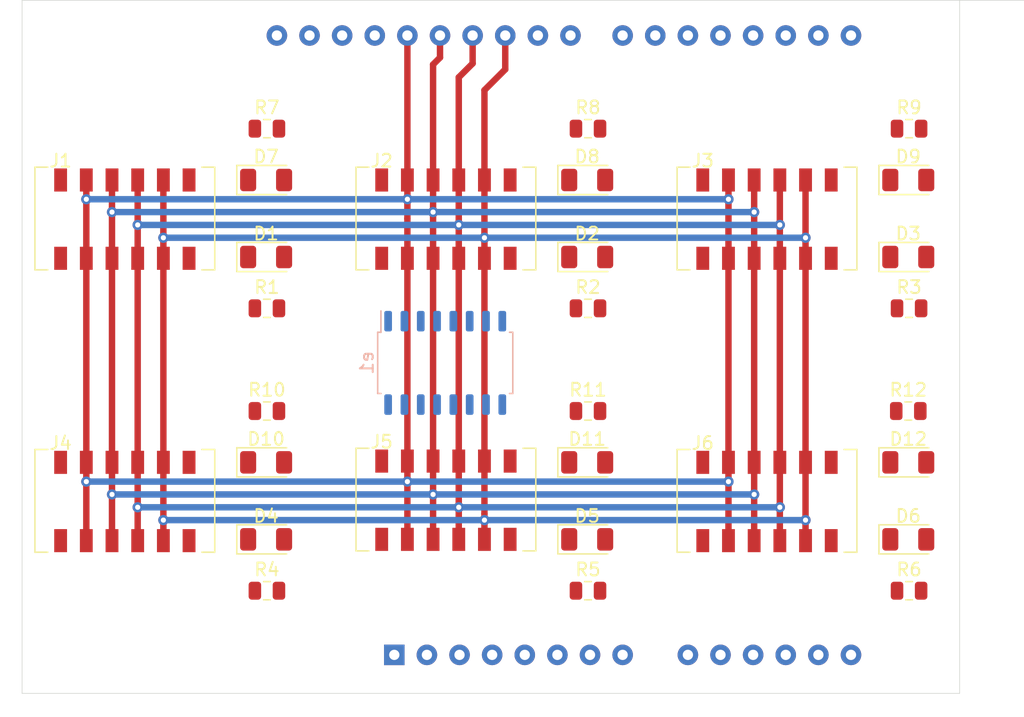
<source format=kicad_pcb>
(kicad_pcb (version 20171130) (host pcbnew "(5.1.2)-2")

  (general
    (thickness 1.6)
    (drawings 4)
    (tracks 112)
    (zones 0)
    (modules 32)
    (nets 51)
  )

  (page A4)
  (layers
    (0 F.Cu signal)
    (31 B.Cu signal)
    (32 B.Adhes user)
    (33 F.Adhes user)
    (34 B.Paste user)
    (35 F.Paste user)
    (36 B.SilkS user)
    (37 F.SilkS user)
    (38 B.Mask user)
    (39 F.Mask user)
    (40 Dwgs.User user)
    (41 Cmts.User user)
    (42 Eco1.User user)
    (43 Eco2.User user)
    (44 Edge.Cuts user)
    (45 Margin user)
    (46 B.CrtYd user)
    (47 F.CrtYd user)
    (48 B.Fab user)
    (49 F.Fab user)
  )

  (setup
    (last_trace_width 0.5)
    (user_trace_width 0.5)
    (user_trace_width 0.8)
    (trace_clearance 0.2)
    (zone_clearance 0.508)
    (zone_45_only no)
    (trace_min 0.2)
    (via_size 0.8)
    (via_drill 0.4)
    (via_min_size 0.4)
    (via_min_drill 0.3)
    (uvia_size 0.3)
    (uvia_drill 0.1)
    (uvias_allowed no)
    (uvia_min_size 0.2)
    (uvia_min_drill 0.1)
    (edge_width 0.05)
    (segment_width 0.2)
    (pcb_text_width 0.3)
    (pcb_text_size 1.5 1.5)
    (mod_edge_width 0.12)
    (mod_text_size 1 1)
    (mod_text_width 0.15)
    (pad_size 1 1.8)
    (pad_drill 0)
    (pad_to_mask_clearance 0.051)
    (solder_mask_min_width 0.25)
    (aux_axis_origin 0 0)
    (visible_elements 7FFFFFFF)
    (pcbplotparams
      (layerselection 0x010fc_ffffffff)
      (usegerberextensions false)
      (usegerberattributes false)
      (usegerberadvancedattributes false)
      (creategerberjobfile false)
      (excludeedgelayer true)
      (linewidth 0.100000)
      (plotframeref false)
      (viasonmask false)
      (mode 1)
      (useauxorigin false)
      (hpglpennumber 1)
      (hpglpenspeed 20)
      (hpglpendiameter 15.000000)
      (psnegative false)
      (psa4output false)
      (plotreference true)
      (plotvalue true)
      (plotinvisibletext false)
      (padsonsilk false)
      (subtractmaskfromsilk false)
      (outputformat 1)
      (mirror false)
      (drillshape 1)
      (scaleselection 1)
      (outputdirectory ""))
  )

  (net 0 "")
  (net 1 "Net-(A1-Pad16)")
  (net 2 "Net-(A1-Pad15)")
  (net 3 "Net-(A1-Pad30)")
  (net 4 "Net-(A1-Pad14)")
  (net 5 "Net-(A1-Pad13)")
  (net 6 /SCK)
  (net 7 "Net-(A1-Pad12)")
  (net 8 /MISO)
  (net 9 "Net-(A1-Pad11)")
  (net 10 /MOSI)
  (net 11 "Net-(A1-Pad10)")
  (net 12 /RST)
  (net 13 "Net-(A1-Pad9)")
  (net 14 "Net-(A1-Pad24)")
  (net 15 "Net-(A1-Pad8)")
  (net 16 "Net-(A1-Pad23)")
  (net 17 "Net-(A1-Pad22)")
  (net 18 "Net-(A1-Pad21)")
  (net 19 "Net-(A1-Pad20)")
  (net 20 "Net-(A1-Pad4)")
  (net 21 "Net-(A1-Pad19)")
  (net 22 "Net-(A1-Pad3)")
  (net 23 "Net-(A1-Pad18)")
  (net 24 "Net-(A1-Pad2)")
  (net 25 "Net-(A1-Pad17)")
  (net 26 "Net-(A1-Pad1)")
  (net 27 "Net-(A1-Pad31)")
  (net 28 "Net-(A1-Pad32)")
  (net 29 GND)
  (net 30 +5V)
  (net 31 "Net-(e1-Pad10)")
  (net 32 "Net-(e1-Pad7)")
  (net 33 "Net-(D1-Pad2)")
  (net 34 /ULN16)
  (net 35 "Net-(D2-Pad2)")
  (net 36 /ULN15)
  (net 37 "Net-(D3-Pad2)")
  (net 38 /ULN14)
  (net 39 "Net-(D4-Pad2)")
  (net 40 /ULN13)
  (net 41 "Net-(D5-Pad2)")
  (net 42 /ULN12)
  (net 43 "Net-(D6-Pad2)")
  (net 44 /ULN11)
  (net 45 "Net-(D7-Pad2)")
  (net 46 "Net-(D8-Pad2)")
  (net 47 "Net-(D9-Pad2)")
  (net 48 "Net-(D10-Pad2)")
  (net 49 "Net-(D11-Pad2)")
  (net 50 "Net-(D12-Pad2)")

  (net_class Default "This is the default net class."
    (clearance 0.2)
    (trace_width 0.25)
    (via_dia 0.8)
    (via_drill 0.4)
    (uvia_dia 0.3)
    (uvia_drill 0.1)
    (add_net +5V)
    (add_net /MISO)
    (add_net /MOSI)
    (add_net /RST)
    (add_net /SCK)
    (add_net /ULN11)
    (add_net /ULN12)
    (add_net /ULN13)
    (add_net /ULN14)
    (add_net /ULN15)
    (add_net /ULN16)
    (add_net GND)
    (add_net "Net-(A1-Pad1)")
    (add_net "Net-(A1-Pad10)")
    (add_net "Net-(A1-Pad11)")
    (add_net "Net-(A1-Pad12)")
    (add_net "Net-(A1-Pad13)")
    (add_net "Net-(A1-Pad14)")
    (add_net "Net-(A1-Pad15)")
    (add_net "Net-(A1-Pad16)")
    (add_net "Net-(A1-Pad17)")
    (add_net "Net-(A1-Pad18)")
    (add_net "Net-(A1-Pad19)")
    (add_net "Net-(A1-Pad2)")
    (add_net "Net-(A1-Pad20)")
    (add_net "Net-(A1-Pad21)")
    (add_net "Net-(A1-Pad22)")
    (add_net "Net-(A1-Pad23)")
    (add_net "Net-(A1-Pad24)")
    (add_net "Net-(A1-Pad3)")
    (add_net "Net-(A1-Pad30)")
    (add_net "Net-(A1-Pad31)")
    (add_net "Net-(A1-Pad32)")
    (add_net "Net-(A1-Pad4)")
    (add_net "Net-(A1-Pad8)")
    (add_net "Net-(A1-Pad9)")
    (add_net "Net-(D1-Pad2)")
    (add_net "Net-(D10-Pad2)")
    (add_net "Net-(D11-Pad2)")
    (add_net "Net-(D12-Pad2)")
    (add_net "Net-(D2-Pad2)")
    (add_net "Net-(D3-Pad2)")
    (add_net "Net-(D4-Pad2)")
    (add_net "Net-(D5-Pad2)")
    (add_net "Net-(D6-Pad2)")
    (add_net "Net-(D7-Pad2)")
    (add_net "Net-(D8-Pad2)")
    (add_net "Net-(D9-Pad2)")
    (add_net "Net-(e1-Pad10)")
    (add_net "Net-(e1-Pad7)")
  )

  (module hodgkin:Arduino_UNO_R3 (layer B.Cu) (tedit 5D504F45) (tstamp 5D50D160)
    (at 113.98 123)
    (descr "Arduino UNO R3, http://www.mouser.com/pdfdocs/Gravitech_Arduino_Nano3_0.pdf")
    (tags "Arduino UNO R3")
    (path /5D505032)
    (fp_text reference A1 (at 0 6.5 -180) (layer B.SilkS) hide
      (effects (font (size 1 1) (thickness 0.15)) (justify mirror))
    )
    (fp_text value Arduino_UNO_R3 (at 5 4) (layer B.Fab)
      (effects (font (size 1 1) (thickness 0.15)) (justify mirror))
    )
    (fp_line (start 38.1 2.54) (end 38.1 -49.28) (layer B.Fab) (width 0.12))
    (fp_line (start -27.94 2.54) (end 38.1 2.54) (layer B.Fab) (width 0.1))
    (fp_line (start -27.94 -50.8) (end -27.94 2.54) (layer B.Fab) (width 0.1))
    (fp_line (start 36.58 -50.8) (end -27.94 -50.8) (layer B.Fab) (width 0.1))
    (fp_line (start 38.1 -49.28) (end 36.58 -50.8) (layer B.Fab) (width 0.1))
    (fp_text user %R (at 0 -20.32 -180) (layer B.Fab)
      (effects (font (size 1 1) (thickness 0.15)) (justify mirror))
    )
    (pad 16 thru_hole oval (at 33.02 -48.26 270) (size 1.6 1.6) (drill 0.8) (layers *.Cu *.Mask)
      (net 1 "Net-(A1-Pad16)"))
    (pad 15 thru_hole oval (at 35.56 -48.26 270) (size 1.6 1.6) (drill 0.8) (layers *.Cu *.Mask)
      (net 2 "Net-(A1-Pad15)"))
    (pad 30 thru_hole oval (at -4.06 -48.26 270) (size 1.6 1.6) (drill 0.8) (layers *.Cu *.Mask)
      (net 3 "Net-(A1-Pad30)"))
    (pad 14 thru_hole oval (at 35.56 0 270) (size 1.6 1.6) (drill 0.8) (layers *.Cu *.Mask)
      (net 4 "Net-(A1-Pad14)"))
    (pad 29 thru_hole oval (at -1.52 -48.26 270) (size 1.6 1.6) (drill 0.8) (layers *.Cu *.Mask)
      (net 29 GND))
    (pad 13 thru_hole oval (at 33.02 0 270) (size 1.6 1.6) (drill 0.8) (layers *.Cu *.Mask)
      (net 5 "Net-(A1-Pad13)"))
    (pad 28 thru_hole oval (at 1.02 -48.26 270) (size 1.6 1.6) (drill 0.8) (layers *.Cu *.Mask)
      (net 6 /SCK))
    (pad 12 thru_hole oval (at 30.48 0 270) (size 1.6 1.6) (drill 0.8) (layers *.Cu *.Mask)
      (net 7 "Net-(A1-Pad12)"))
    (pad 27 thru_hole oval (at 3.56 -48.26 270) (size 1.6 1.6) (drill 0.8) (layers *.Cu *.Mask)
      (net 8 /MISO))
    (pad 11 thru_hole oval (at 27.94 0 270) (size 1.6 1.6) (drill 0.8) (layers *.Cu *.Mask)
      (net 9 "Net-(A1-Pad11)"))
    (pad 26 thru_hole oval (at 6.1 -48.26 270) (size 1.6 1.6) (drill 0.8) (layers *.Cu *.Mask)
      (net 10 /MOSI))
    (pad 10 thru_hole oval (at 25.4 0 270) (size 1.6 1.6) (drill 0.8) (layers *.Cu *.Mask)
      (net 11 "Net-(A1-Pad10)"))
    (pad 25 thru_hole oval (at 8.64 -48.26 270) (size 1.6 1.6) (drill 0.8) (layers *.Cu *.Mask)
      (net 12 /RST))
    (pad 9 thru_hole oval (at 22.86 0 270) (size 1.6 1.6) (drill 0.8) (layers *.Cu *.Mask)
      (net 13 "Net-(A1-Pad9)"))
    (pad 24 thru_hole oval (at 11.18 -48.26 270) (size 1.6 1.6) (drill 0.8) (layers *.Cu *.Mask)
      (net 14 "Net-(A1-Pad24)"))
    (pad 8 thru_hole oval (at 17.78 0 270) (size 1.6 1.6) (drill 0.8) (layers *.Cu *.Mask)
      (net 15 "Net-(A1-Pad8)"))
    (pad 23 thru_hole oval (at 13.72 -48.26 270) (size 1.6 1.6) (drill 0.8) (layers *.Cu *.Mask)
      (net 16 "Net-(A1-Pad23)"))
    (pad 7 thru_hole oval (at 15.24 0 270) (size 1.6 1.6) (drill 0.8) (layers *.Cu *.Mask)
      (net 29 GND))
    (pad 22 thru_hole oval (at 17.78 -48.26 270) (size 1.6 1.6) (drill 0.8) (layers *.Cu *.Mask)
      (net 17 "Net-(A1-Pad22)"))
    (pad 6 thru_hole oval (at 12.7 0 270) (size 1.6 1.6) (drill 0.8) (layers *.Cu *.Mask)
      (net 29 GND))
    (pad 21 thru_hole oval (at 20.32 -48.26 270) (size 1.6 1.6) (drill 0.8) (layers *.Cu *.Mask)
      (net 18 "Net-(A1-Pad21)"))
    (pad 5 thru_hole oval (at 10.16 0 270) (size 1.6 1.6) (drill 0.8) (layers *.Cu *.Mask)
      (net 30 +5V))
    (pad 20 thru_hole oval (at 22.86 -48.26 270) (size 1.6 1.6) (drill 0.8) (layers *.Cu *.Mask)
      (net 19 "Net-(A1-Pad20)"))
    (pad 4 thru_hole oval (at 7.62 0 270) (size 1.6 1.6) (drill 0.8) (layers *.Cu *.Mask)
      (net 20 "Net-(A1-Pad4)"))
    (pad 19 thru_hole oval (at 25.4 -48.26 270) (size 1.6 1.6) (drill 0.8) (layers *.Cu *.Mask)
      (net 21 "Net-(A1-Pad19)"))
    (pad 3 thru_hole oval (at 5.08 0 270) (size 1.6 1.6) (drill 0.8) (layers *.Cu *.Mask)
      (net 22 "Net-(A1-Pad3)"))
    (pad 18 thru_hole oval (at 27.94 -48.26 270) (size 1.6 1.6) (drill 0.8) (layers *.Cu *.Mask)
      (net 23 "Net-(A1-Pad18)"))
    (pad 2 thru_hole oval (at 2.54 0 270) (size 1.6 1.6) (drill 0.8) (layers *.Cu *.Mask)
      (net 24 "Net-(A1-Pad2)"))
    (pad 17 thru_hole oval (at 30.48 -48.26 270) (size 1.6 1.6) (drill 0.8) (layers *.Cu *.Mask)
      (net 25 "Net-(A1-Pad17)"))
    (pad 1 thru_hole rect (at 0 0 270) (size 1.6 1.6) (drill 0.8) (layers *.Cu *.Mask)
      (net 26 "Net-(A1-Pad1)"))
    (pad 31 thru_hole oval (at -6.6 -48.26 270) (size 1.6 1.6) (drill 0.8) (layers *.Cu *.Mask)
      (net 27 "Net-(A1-Pad31)"))
    (pad 32 thru_hole oval (at -9.14 -48.26 270) (size 1.6 1.6) (drill 0.8) (layers *.Cu *.Mask)
      (net 28 "Net-(A1-Pad32)"))
    (model ${KISYS3DMOD}/Module.3dshapes/Arduino_UNO_R3.wrl
      (at (xyz 0 0 0))
      (scale (xyz 1 1 1))
      (rotate (xyz 0 0 0))
    )
  )

  (module LED_SMD:LED_1206_3216Metric (layer F.Cu) (tedit 5B301BBE) (tstamp 5D50C1B6)
    (at 154 108)
    (descr "LED SMD 1206 (3216 Metric), square (rectangular) end terminal, IPC_7351 nominal, (Body size source: http://www.tortai-tech.com/upload/download/2011102023233369053.pdf), generated with kicad-footprint-generator")
    (tags diode)
    (path /5D61F109)
    (attr smd)
    (fp_text reference D12 (at 0 -1.82) (layer F.SilkS)
      (effects (font (size 1 1) (thickness 0.15)))
    )
    (fp_text value gLED (at 0 1.82) (layer F.Fab)
      (effects (font (size 1 1) (thickness 0.15)))
    )
    (fp_text user %R (at 0 0) (layer F.Fab)
      (effects (font (size 0.8 0.8) (thickness 0.12)))
    )
    (fp_line (start 2.28 1.12) (end -2.28 1.12) (layer F.CrtYd) (width 0.05))
    (fp_line (start 2.28 -1.12) (end 2.28 1.12) (layer F.CrtYd) (width 0.05))
    (fp_line (start -2.28 -1.12) (end 2.28 -1.12) (layer F.CrtYd) (width 0.05))
    (fp_line (start -2.28 1.12) (end -2.28 -1.12) (layer F.CrtYd) (width 0.05))
    (fp_line (start -2.285 1.135) (end 1.6 1.135) (layer F.SilkS) (width 0.12))
    (fp_line (start -2.285 -1.135) (end -2.285 1.135) (layer F.SilkS) (width 0.12))
    (fp_line (start 1.6 -1.135) (end -2.285 -1.135) (layer F.SilkS) (width 0.12))
    (fp_line (start 1.6 0.8) (end 1.6 -0.8) (layer F.Fab) (width 0.1))
    (fp_line (start -1.6 0.8) (end 1.6 0.8) (layer F.Fab) (width 0.1))
    (fp_line (start -1.6 -0.4) (end -1.6 0.8) (layer F.Fab) (width 0.1))
    (fp_line (start -1.2 -0.8) (end -1.6 -0.4) (layer F.Fab) (width 0.1))
    (fp_line (start 1.6 -0.8) (end -1.2 -0.8) (layer F.Fab) (width 0.1))
    (pad 2 smd roundrect (at 1.4 0) (size 1.25 1.75) (layers F.Cu F.Paste F.Mask) (roundrect_rratio 0.2)
      (net 50 "Net-(D12-Pad2)"))
    (pad 1 smd roundrect (at -1.4 0) (size 1.25 1.75) (layers F.Cu F.Paste F.Mask) (roundrect_rratio 0.2)
      (net 29 GND))
    (model ${KISYS3DMOD}/LED_SMD.3dshapes/LED_1206_3216Metric.wrl
      (at (xyz 0 0 0))
      (scale (xyz 1 1 1))
      (rotate (xyz 0 0 0))
    )
  )

  (module LED_SMD:LED_1206_3216Metric (layer F.Cu) (tedit 5B301BBE) (tstamp 5D50C1A3)
    (at 129 108)
    (descr "LED SMD 1206 (3216 Metric), square (rectangular) end terminal, IPC_7351 nominal, (Body size source: http://www.tortai-tech.com/upload/download/2011102023233369053.pdf), generated with kicad-footprint-generator")
    (tags diode)
    (path /5D61F10F)
    (attr smd)
    (fp_text reference D11 (at 0 -1.82) (layer F.SilkS)
      (effects (font (size 1 1) (thickness 0.15)))
    )
    (fp_text value gLED (at 0 1.82) (layer F.Fab)
      (effects (font (size 1 1) (thickness 0.15)))
    )
    (fp_text user %R (at 0 0) (layer F.Fab)
      (effects (font (size 0.8 0.8) (thickness 0.12)))
    )
    (fp_line (start 2.28 1.12) (end -2.28 1.12) (layer F.CrtYd) (width 0.05))
    (fp_line (start 2.28 -1.12) (end 2.28 1.12) (layer F.CrtYd) (width 0.05))
    (fp_line (start -2.28 -1.12) (end 2.28 -1.12) (layer F.CrtYd) (width 0.05))
    (fp_line (start -2.28 1.12) (end -2.28 -1.12) (layer F.CrtYd) (width 0.05))
    (fp_line (start -2.285 1.135) (end 1.6 1.135) (layer F.SilkS) (width 0.12))
    (fp_line (start -2.285 -1.135) (end -2.285 1.135) (layer F.SilkS) (width 0.12))
    (fp_line (start 1.6 -1.135) (end -2.285 -1.135) (layer F.SilkS) (width 0.12))
    (fp_line (start 1.6 0.8) (end 1.6 -0.8) (layer F.Fab) (width 0.1))
    (fp_line (start -1.6 0.8) (end 1.6 0.8) (layer F.Fab) (width 0.1))
    (fp_line (start -1.6 -0.4) (end -1.6 0.8) (layer F.Fab) (width 0.1))
    (fp_line (start -1.2 -0.8) (end -1.6 -0.4) (layer F.Fab) (width 0.1))
    (fp_line (start 1.6 -0.8) (end -1.2 -0.8) (layer F.Fab) (width 0.1))
    (pad 2 smd roundrect (at 1.4 0) (size 1.25 1.75) (layers F.Cu F.Paste F.Mask) (roundrect_rratio 0.2)
      (net 49 "Net-(D11-Pad2)"))
    (pad 1 smd roundrect (at -1.4 0) (size 1.25 1.75) (layers F.Cu F.Paste F.Mask) (roundrect_rratio 0.2)
      (net 29 GND))
    (model ${KISYS3DMOD}/LED_SMD.3dshapes/LED_1206_3216Metric.wrl
      (at (xyz 0 0 0))
      (scale (xyz 1 1 1))
      (rotate (xyz 0 0 0))
    )
  )

  (module LED_SMD:LED_1206_3216Metric (layer F.Cu) (tedit 5B301BBE) (tstamp 5D50DAD1)
    (at 104 108)
    (descr "LED SMD 1206 (3216 Metric), square (rectangular) end terminal, IPC_7351 nominal, (Body size source: http://www.tortai-tech.com/upload/download/2011102023233369053.pdf), generated with kicad-footprint-generator")
    (tags diode)
    (path /5D61F115)
    (attr smd)
    (fp_text reference D10 (at 0 -1.82) (layer F.SilkS)
      (effects (font (size 1 1) (thickness 0.15)))
    )
    (fp_text value gLED (at 0 1.82) (layer F.Fab)
      (effects (font (size 1 1) (thickness 0.15)))
    )
    (fp_text user %R (at 0 0) (layer F.Fab)
      (effects (font (size 0.8 0.8) (thickness 0.12)))
    )
    (fp_line (start 2.28 1.12) (end -2.28 1.12) (layer F.CrtYd) (width 0.05))
    (fp_line (start 2.28 -1.12) (end 2.28 1.12) (layer F.CrtYd) (width 0.05))
    (fp_line (start -2.28 -1.12) (end 2.28 -1.12) (layer F.CrtYd) (width 0.05))
    (fp_line (start -2.28 1.12) (end -2.28 -1.12) (layer F.CrtYd) (width 0.05))
    (fp_line (start -2.285 1.135) (end 1.6 1.135) (layer F.SilkS) (width 0.12))
    (fp_line (start -2.285 -1.135) (end -2.285 1.135) (layer F.SilkS) (width 0.12))
    (fp_line (start 1.6 -1.135) (end -2.285 -1.135) (layer F.SilkS) (width 0.12))
    (fp_line (start 1.6 0.8) (end 1.6 -0.8) (layer F.Fab) (width 0.1))
    (fp_line (start -1.6 0.8) (end 1.6 0.8) (layer F.Fab) (width 0.1))
    (fp_line (start -1.6 -0.4) (end -1.6 0.8) (layer F.Fab) (width 0.1))
    (fp_line (start -1.2 -0.8) (end -1.6 -0.4) (layer F.Fab) (width 0.1))
    (fp_line (start 1.6 -0.8) (end -1.2 -0.8) (layer F.Fab) (width 0.1))
    (pad 2 smd roundrect (at 1.4 0) (size 1.25 1.75) (layers F.Cu F.Paste F.Mask) (roundrect_rratio 0.2)
      (net 48 "Net-(D10-Pad2)"))
    (pad 1 smd roundrect (at -1.4 0) (size 1.25 1.75) (layers F.Cu F.Paste F.Mask) (roundrect_rratio 0.2)
      (net 29 GND))
    (model ${KISYS3DMOD}/LED_SMD.3dshapes/LED_1206_3216Metric.wrl
      (at (xyz 0 0 0))
      (scale (xyz 1 1 1))
      (rotate (xyz 0 0 0))
    )
  )

  (module LED_SMD:LED_1206_3216Metric (layer F.Cu) (tedit 5B301BBE) (tstamp 5D50C17D)
    (at 154 86)
    (descr "LED SMD 1206 (3216 Metric), square (rectangular) end terminal, IPC_7351 nominal, (Body size source: http://www.tortai-tech.com/upload/download/2011102023233369053.pdf), generated with kicad-footprint-generator")
    (tags diode)
    (path /5D61F11B)
    (attr smd)
    (fp_text reference D9 (at 0 -1.82) (layer F.SilkS)
      (effects (font (size 1 1) (thickness 0.15)))
    )
    (fp_text value gLED (at 0 1.82) (layer F.Fab)
      (effects (font (size 1 1) (thickness 0.15)))
    )
    (fp_text user %R (at 0 0) (layer F.Fab)
      (effects (font (size 0.8 0.8) (thickness 0.12)))
    )
    (fp_line (start 2.28 1.12) (end -2.28 1.12) (layer F.CrtYd) (width 0.05))
    (fp_line (start 2.28 -1.12) (end 2.28 1.12) (layer F.CrtYd) (width 0.05))
    (fp_line (start -2.28 -1.12) (end 2.28 -1.12) (layer F.CrtYd) (width 0.05))
    (fp_line (start -2.28 1.12) (end -2.28 -1.12) (layer F.CrtYd) (width 0.05))
    (fp_line (start -2.285 1.135) (end 1.6 1.135) (layer F.SilkS) (width 0.12))
    (fp_line (start -2.285 -1.135) (end -2.285 1.135) (layer F.SilkS) (width 0.12))
    (fp_line (start 1.6 -1.135) (end -2.285 -1.135) (layer F.SilkS) (width 0.12))
    (fp_line (start 1.6 0.8) (end 1.6 -0.8) (layer F.Fab) (width 0.1))
    (fp_line (start -1.6 0.8) (end 1.6 0.8) (layer F.Fab) (width 0.1))
    (fp_line (start -1.6 -0.4) (end -1.6 0.8) (layer F.Fab) (width 0.1))
    (fp_line (start -1.2 -0.8) (end -1.6 -0.4) (layer F.Fab) (width 0.1))
    (fp_line (start 1.6 -0.8) (end -1.2 -0.8) (layer F.Fab) (width 0.1))
    (pad 2 smd roundrect (at 1.4 0) (size 1.25 1.75) (layers F.Cu F.Paste F.Mask) (roundrect_rratio 0.2)
      (net 47 "Net-(D9-Pad2)"))
    (pad 1 smd roundrect (at -1.4 0) (size 1.25 1.75) (layers F.Cu F.Paste F.Mask) (roundrect_rratio 0.2)
      (net 29 GND))
    (model ${KISYS3DMOD}/LED_SMD.3dshapes/LED_1206_3216Metric.wrl
      (at (xyz 0 0 0))
      (scale (xyz 1 1 1))
      (rotate (xyz 0 0 0))
    )
  )

  (module LED_SMD:LED_1206_3216Metric (layer F.Cu) (tedit 5B301BBE) (tstamp 5D50DA63)
    (at 129 86)
    (descr "LED SMD 1206 (3216 Metric), square (rectangular) end terminal, IPC_7351 nominal, (Body size source: http://www.tortai-tech.com/upload/download/2011102023233369053.pdf), generated with kicad-footprint-generator")
    (tags diode)
    (path /5D61F127)
    (attr smd)
    (fp_text reference D8 (at 0 -1.82) (layer F.SilkS)
      (effects (font (size 1 1) (thickness 0.15)))
    )
    (fp_text value gLED (at 0 1.82) (layer F.Fab)
      (effects (font (size 1 1) (thickness 0.15)))
    )
    (fp_text user %R (at 0 0) (layer F.Fab)
      (effects (font (size 0.8 0.8) (thickness 0.12)))
    )
    (fp_line (start 2.28 1.12) (end -2.28 1.12) (layer F.CrtYd) (width 0.05))
    (fp_line (start 2.28 -1.12) (end 2.28 1.12) (layer F.CrtYd) (width 0.05))
    (fp_line (start -2.28 -1.12) (end 2.28 -1.12) (layer F.CrtYd) (width 0.05))
    (fp_line (start -2.28 1.12) (end -2.28 -1.12) (layer F.CrtYd) (width 0.05))
    (fp_line (start -2.285 1.135) (end 1.6 1.135) (layer F.SilkS) (width 0.12))
    (fp_line (start -2.285 -1.135) (end -2.285 1.135) (layer F.SilkS) (width 0.12))
    (fp_line (start 1.6 -1.135) (end -2.285 -1.135) (layer F.SilkS) (width 0.12))
    (fp_line (start 1.6 0.8) (end 1.6 -0.8) (layer F.Fab) (width 0.1))
    (fp_line (start -1.6 0.8) (end 1.6 0.8) (layer F.Fab) (width 0.1))
    (fp_line (start -1.6 -0.4) (end -1.6 0.8) (layer F.Fab) (width 0.1))
    (fp_line (start -1.2 -0.8) (end -1.6 -0.4) (layer F.Fab) (width 0.1))
    (fp_line (start 1.6 -0.8) (end -1.2 -0.8) (layer F.Fab) (width 0.1))
    (pad 2 smd roundrect (at 1.4 0) (size 1.25 1.75) (layers F.Cu F.Paste F.Mask) (roundrect_rratio 0.2)
      (net 46 "Net-(D8-Pad2)"))
    (pad 1 smd roundrect (at -1.4 0) (size 1.25 1.75) (layers F.Cu F.Paste F.Mask) (roundrect_rratio 0.2)
      (net 29 GND))
    (model ${KISYS3DMOD}/LED_SMD.3dshapes/LED_1206_3216Metric.wrl
      (at (xyz 0 0 0))
      (scale (xyz 1 1 1))
      (rotate (xyz 0 0 0))
    )
  )

  (module LED_SMD:LED_1206_3216Metric (layer F.Cu) (tedit 5B301BBE) (tstamp 5D50C157)
    (at 104 86)
    (descr "LED SMD 1206 (3216 Metric), square (rectangular) end terminal, IPC_7351 nominal, (Body size source: http://www.tortai-tech.com/upload/download/2011102023233369053.pdf), generated with kicad-footprint-generator")
    (tags diode)
    (path /5D61F121)
    (attr smd)
    (fp_text reference D7 (at 0 -1.82) (layer F.SilkS)
      (effects (font (size 1 1) (thickness 0.15)))
    )
    (fp_text value gLED (at 0 1.82) (layer F.Fab)
      (effects (font (size 1 1) (thickness 0.15)))
    )
    (fp_text user %R (at 0 0) (layer F.Fab)
      (effects (font (size 0.8 0.8) (thickness 0.12)))
    )
    (fp_line (start 2.28 1.12) (end -2.28 1.12) (layer F.CrtYd) (width 0.05))
    (fp_line (start 2.28 -1.12) (end 2.28 1.12) (layer F.CrtYd) (width 0.05))
    (fp_line (start -2.28 -1.12) (end 2.28 -1.12) (layer F.CrtYd) (width 0.05))
    (fp_line (start -2.28 1.12) (end -2.28 -1.12) (layer F.CrtYd) (width 0.05))
    (fp_line (start -2.285 1.135) (end 1.6 1.135) (layer F.SilkS) (width 0.12))
    (fp_line (start -2.285 -1.135) (end -2.285 1.135) (layer F.SilkS) (width 0.12))
    (fp_line (start 1.6 -1.135) (end -2.285 -1.135) (layer F.SilkS) (width 0.12))
    (fp_line (start 1.6 0.8) (end 1.6 -0.8) (layer F.Fab) (width 0.1))
    (fp_line (start -1.6 0.8) (end 1.6 0.8) (layer F.Fab) (width 0.1))
    (fp_line (start -1.6 -0.4) (end -1.6 0.8) (layer F.Fab) (width 0.1))
    (fp_line (start -1.2 -0.8) (end -1.6 -0.4) (layer F.Fab) (width 0.1))
    (fp_line (start 1.6 -0.8) (end -1.2 -0.8) (layer F.Fab) (width 0.1))
    (pad 2 smd roundrect (at 1.4 0) (size 1.25 1.75) (layers F.Cu F.Paste F.Mask) (roundrect_rratio 0.2)
      (net 45 "Net-(D7-Pad2)"))
    (pad 1 smd roundrect (at -1.4 0) (size 1.25 1.75) (layers F.Cu F.Paste F.Mask) (roundrect_rratio 0.2)
      (net 29 GND))
    (model ${KISYS3DMOD}/LED_SMD.3dshapes/LED_1206_3216Metric.wrl
      (at (xyz 0 0 0))
      (scale (xyz 1 1 1))
      (rotate (xyz 0 0 0))
    )
  )

  (module LED_SMD:LED_1206_3216Metric (layer F.Cu) (tedit 5B301BBE) (tstamp 5D50C144)
    (at 154 114)
    (descr "LED SMD 1206 (3216 Metric), square (rectangular) end terminal, IPC_7351 nominal, (Body size source: http://www.tortai-tech.com/upload/download/2011102023233369053.pdf), generated with kicad-footprint-generator")
    (tags diode)
    (path /5D57C67E)
    (attr smd)
    (fp_text reference D6 (at 0 -1.82) (layer F.SilkS)
      (effects (font (size 1 1) (thickness 0.15)))
    )
    (fp_text value rLED (at 0 1.82) (layer F.Fab)
      (effects (font (size 1 1) (thickness 0.15)))
    )
    (fp_text user %R (at 0 0) (layer F.Fab)
      (effects (font (size 0.8 0.8) (thickness 0.12)))
    )
    (fp_line (start 2.28 1.12) (end -2.28 1.12) (layer F.CrtYd) (width 0.05))
    (fp_line (start 2.28 -1.12) (end 2.28 1.12) (layer F.CrtYd) (width 0.05))
    (fp_line (start -2.28 -1.12) (end 2.28 -1.12) (layer F.CrtYd) (width 0.05))
    (fp_line (start -2.28 1.12) (end -2.28 -1.12) (layer F.CrtYd) (width 0.05))
    (fp_line (start -2.285 1.135) (end 1.6 1.135) (layer F.SilkS) (width 0.12))
    (fp_line (start -2.285 -1.135) (end -2.285 1.135) (layer F.SilkS) (width 0.12))
    (fp_line (start 1.6 -1.135) (end -2.285 -1.135) (layer F.SilkS) (width 0.12))
    (fp_line (start 1.6 0.8) (end 1.6 -0.8) (layer F.Fab) (width 0.1))
    (fp_line (start -1.6 0.8) (end 1.6 0.8) (layer F.Fab) (width 0.1))
    (fp_line (start -1.6 -0.4) (end -1.6 0.8) (layer F.Fab) (width 0.1))
    (fp_line (start -1.2 -0.8) (end -1.6 -0.4) (layer F.Fab) (width 0.1))
    (fp_line (start 1.6 -0.8) (end -1.2 -0.8) (layer F.Fab) (width 0.1))
    (pad 2 smd roundrect (at 1.4 0) (size 1.25 1.75) (layers F.Cu F.Paste F.Mask) (roundrect_rratio 0.2)
      (net 43 "Net-(D6-Pad2)"))
    (pad 1 smd roundrect (at -1.4 0) (size 1.25 1.75) (layers F.Cu F.Paste F.Mask) (roundrect_rratio 0.2)
      (net 44 /ULN11))
    (model ${KISYS3DMOD}/LED_SMD.3dshapes/LED_1206_3216Metric.wrl
      (at (xyz 0 0 0))
      (scale (xyz 1 1 1))
      (rotate (xyz 0 0 0))
    )
  )

  (module LED_SMD:LED_1206_3216Metric (layer F.Cu) (tedit 5B301BBE) (tstamp 5D50DB40)
    (at 129 114)
    (descr "LED SMD 1206 (3216 Metric), square (rectangular) end terminal, IPC_7351 nominal, (Body size source: http://www.tortai-tech.com/upload/download/2011102023233369053.pdf), generated with kicad-footprint-generator")
    (tags diode)
    (path /5D579924)
    (attr smd)
    (fp_text reference D5 (at 0 -1.82) (layer F.SilkS)
      (effects (font (size 1 1) (thickness 0.15)))
    )
    (fp_text value rLED (at 0 1.82) (layer F.Fab)
      (effects (font (size 1 1) (thickness 0.15)))
    )
    (fp_text user %R (at 0 0) (layer F.Fab)
      (effects (font (size 0.8 0.8) (thickness 0.12)))
    )
    (fp_line (start 2.28 1.12) (end -2.28 1.12) (layer F.CrtYd) (width 0.05))
    (fp_line (start 2.28 -1.12) (end 2.28 1.12) (layer F.CrtYd) (width 0.05))
    (fp_line (start -2.28 -1.12) (end 2.28 -1.12) (layer F.CrtYd) (width 0.05))
    (fp_line (start -2.28 1.12) (end -2.28 -1.12) (layer F.CrtYd) (width 0.05))
    (fp_line (start -2.285 1.135) (end 1.6 1.135) (layer F.SilkS) (width 0.12))
    (fp_line (start -2.285 -1.135) (end -2.285 1.135) (layer F.SilkS) (width 0.12))
    (fp_line (start 1.6 -1.135) (end -2.285 -1.135) (layer F.SilkS) (width 0.12))
    (fp_line (start 1.6 0.8) (end 1.6 -0.8) (layer F.Fab) (width 0.1))
    (fp_line (start -1.6 0.8) (end 1.6 0.8) (layer F.Fab) (width 0.1))
    (fp_line (start -1.6 -0.4) (end -1.6 0.8) (layer F.Fab) (width 0.1))
    (fp_line (start -1.2 -0.8) (end -1.6 -0.4) (layer F.Fab) (width 0.1))
    (fp_line (start 1.6 -0.8) (end -1.2 -0.8) (layer F.Fab) (width 0.1))
    (pad 2 smd roundrect (at 1.4 0) (size 1.25 1.75) (layers F.Cu F.Paste F.Mask) (roundrect_rratio 0.2)
      (net 41 "Net-(D5-Pad2)"))
    (pad 1 smd roundrect (at -1.4 0) (size 1.25 1.75) (layers F.Cu F.Paste F.Mask) (roundrect_rratio 0.2)
      (net 42 /ULN12))
    (model ${KISYS3DMOD}/LED_SMD.3dshapes/LED_1206_3216Metric.wrl
      (at (xyz 0 0 0))
      (scale (xyz 1 1 1))
      (rotate (xyz 0 0 0))
    )
  )

  (module LED_SMD:LED_1206_3216Metric (layer F.Cu) (tedit 5B301BBE) (tstamp 5D50C8CF)
    (at 104 114)
    (descr "LED SMD 1206 (3216 Metric), square (rectangular) end terminal, IPC_7351 nominal, (Body size source: http://www.tortai-tech.com/upload/download/2011102023233369053.pdf), generated with kicad-footprint-generator")
    (tags diode)
    (path /5D576AED)
    (attr smd)
    (fp_text reference D4 (at 0 -1.82) (layer F.SilkS)
      (effects (font (size 1 1) (thickness 0.15)))
    )
    (fp_text value rLED (at 0 1.82) (layer F.Fab)
      (effects (font (size 1 1) (thickness 0.15)))
    )
    (fp_text user %R (at 0 0) (layer F.Fab)
      (effects (font (size 0.8 0.8) (thickness 0.12)))
    )
    (fp_line (start 2.28 1.12) (end -2.28 1.12) (layer F.CrtYd) (width 0.05))
    (fp_line (start 2.28 -1.12) (end 2.28 1.12) (layer F.CrtYd) (width 0.05))
    (fp_line (start -2.28 -1.12) (end 2.28 -1.12) (layer F.CrtYd) (width 0.05))
    (fp_line (start -2.28 1.12) (end -2.28 -1.12) (layer F.CrtYd) (width 0.05))
    (fp_line (start -2.285 1.135) (end 1.6 1.135) (layer F.SilkS) (width 0.12))
    (fp_line (start -2.285 -1.135) (end -2.285 1.135) (layer F.SilkS) (width 0.12))
    (fp_line (start 1.6 -1.135) (end -2.285 -1.135) (layer F.SilkS) (width 0.12))
    (fp_line (start 1.6 0.8) (end 1.6 -0.8) (layer F.Fab) (width 0.1))
    (fp_line (start -1.6 0.8) (end 1.6 0.8) (layer F.Fab) (width 0.1))
    (fp_line (start -1.6 -0.4) (end -1.6 0.8) (layer F.Fab) (width 0.1))
    (fp_line (start -1.2 -0.8) (end -1.6 -0.4) (layer F.Fab) (width 0.1))
    (fp_line (start 1.6 -0.8) (end -1.2 -0.8) (layer F.Fab) (width 0.1))
    (pad 2 smd roundrect (at 1.4 0) (size 1.25 1.75) (layers F.Cu F.Paste F.Mask) (roundrect_rratio 0.2)
      (net 39 "Net-(D4-Pad2)"))
    (pad 1 smd roundrect (at -1.4 0) (size 1.25 1.75) (layers F.Cu F.Paste F.Mask) (roundrect_rratio 0.2)
      (net 40 /ULN13))
    (model ${KISYS3DMOD}/LED_SMD.3dshapes/LED_1206_3216Metric.wrl
      (at (xyz 0 0 0))
      (scale (xyz 1 1 1))
      (rotate (xyz 0 0 0))
    )
  )

  (module LED_SMD:LED_1206_3216Metric (layer F.Cu) (tedit 5B301BBE) (tstamp 5D50D0E6)
    (at 154 92)
    (descr "LED SMD 1206 (3216 Metric), square (rectangular) end terminal, IPC_7351 nominal, (Body size source: http://www.tortai-tech.com/upload/download/2011102023233369053.pdf), generated with kicad-footprint-generator")
    (tags diode)
    (path /5D573C9E)
    (attr smd)
    (fp_text reference D3 (at 0 -1.82) (layer F.SilkS)
      (effects (font (size 1 1) (thickness 0.15)))
    )
    (fp_text value rLED (at 0 1.82) (layer F.Fab)
      (effects (font (size 1 1) (thickness 0.15)))
    )
    (fp_text user %R (at 0 0) (layer F.Fab)
      (effects (font (size 0.8 0.8) (thickness 0.12)))
    )
    (fp_line (start 2.28 1.12) (end -2.28 1.12) (layer F.CrtYd) (width 0.05))
    (fp_line (start 2.28 -1.12) (end 2.28 1.12) (layer F.CrtYd) (width 0.05))
    (fp_line (start -2.28 -1.12) (end 2.28 -1.12) (layer F.CrtYd) (width 0.05))
    (fp_line (start -2.28 1.12) (end -2.28 -1.12) (layer F.CrtYd) (width 0.05))
    (fp_line (start -2.285 1.135) (end 1.6 1.135) (layer F.SilkS) (width 0.12))
    (fp_line (start -2.285 -1.135) (end -2.285 1.135) (layer F.SilkS) (width 0.12))
    (fp_line (start 1.6 -1.135) (end -2.285 -1.135) (layer F.SilkS) (width 0.12))
    (fp_line (start 1.6 0.8) (end 1.6 -0.8) (layer F.Fab) (width 0.1))
    (fp_line (start -1.6 0.8) (end 1.6 0.8) (layer F.Fab) (width 0.1))
    (fp_line (start -1.6 -0.4) (end -1.6 0.8) (layer F.Fab) (width 0.1))
    (fp_line (start -1.2 -0.8) (end -1.6 -0.4) (layer F.Fab) (width 0.1))
    (fp_line (start 1.6 -0.8) (end -1.2 -0.8) (layer F.Fab) (width 0.1))
    (pad 2 smd roundrect (at 1.4 0) (size 1.25 1.75) (layers F.Cu F.Paste F.Mask) (roundrect_rratio 0.2)
      (net 37 "Net-(D3-Pad2)"))
    (pad 1 smd roundrect (at -1.4 0) (size 1.25 1.75) (layers F.Cu F.Paste F.Mask) (roundrect_rratio 0.2)
      (net 38 /ULN14))
    (model ${KISYS3DMOD}/LED_SMD.3dshapes/LED_1206_3216Metric.wrl
      (at (xyz 0 0 0))
      (scale (xyz 1 1 1))
      (rotate (xyz 0 0 0))
    )
  )

  (module LED_SMD:LED_1206_3216Metric (layer F.Cu) (tedit 5B301BBE) (tstamp 5D50C63E)
    (at 129 92)
    (descr "LED SMD 1206 (3216 Metric), square (rectangular) end terminal, IPC_7351 nominal, (Body size source: http://www.tortai-tech.com/upload/download/2011102023233369053.pdf), generated with kicad-footprint-generator")
    (tags diode)
    (path /5D570E7B)
    (attr smd)
    (fp_text reference D2 (at 0 -1.82) (layer F.SilkS)
      (effects (font (size 1 1) (thickness 0.15)))
    )
    (fp_text value rLED (at 0 1.82) (layer F.Fab)
      (effects (font (size 1 1) (thickness 0.15)))
    )
    (fp_text user %R (at 0 0) (layer F.Fab)
      (effects (font (size 0.8 0.8) (thickness 0.12)))
    )
    (fp_line (start 2.28 1.12) (end -2.28 1.12) (layer F.CrtYd) (width 0.05))
    (fp_line (start 2.28 -1.12) (end 2.28 1.12) (layer F.CrtYd) (width 0.05))
    (fp_line (start -2.28 -1.12) (end 2.28 -1.12) (layer F.CrtYd) (width 0.05))
    (fp_line (start -2.28 1.12) (end -2.28 -1.12) (layer F.CrtYd) (width 0.05))
    (fp_line (start -2.285 1.135) (end 1.6 1.135) (layer F.SilkS) (width 0.12))
    (fp_line (start -2.285 -1.135) (end -2.285 1.135) (layer F.SilkS) (width 0.12))
    (fp_line (start 1.6 -1.135) (end -2.285 -1.135) (layer F.SilkS) (width 0.12))
    (fp_line (start 1.6 0.8) (end 1.6 -0.8) (layer F.Fab) (width 0.1))
    (fp_line (start -1.6 0.8) (end 1.6 0.8) (layer F.Fab) (width 0.1))
    (fp_line (start -1.6 -0.4) (end -1.6 0.8) (layer F.Fab) (width 0.1))
    (fp_line (start -1.2 -0.8) (end -1.6 -0.4) (layer F.Fab) (width 0.1))
    (fp_line (start 1.6 -0.8) (end -1.2 -0.8) (layer F.Fab) (width 0.1))
    (pad 2 smd roundrect (at 1.4 0) (size 1.25 1.75) (layers F.Cu F.Paste F.Mask) (roundrect_rratio 0.2)
      (net 35 "Net-(D2-Pad2)"))
    (pad 1 smd roundrect (at -1.4 0) (size 1.25 1.75) (layers F.Cu F.Paste F.Mask) (roundrect_rratio 0.2)
      (net 36 /ULN15))
    (model ${KISYS3DMOD}/LED_SMD.3dshapes/LED_1206_3216Metric.wrl
      (at (xyz 0 0 0))
      (scale (xyz 1 1 1))
      (rotate (xyz 0 0 0))
    )
  )

  (module LED_SMD:LED_1206_3216Metric (layer F.Cu) (tedit 5B301BBE) (tstamp 5D50C6AA)
    (at 104 92)
    (descr "LED SMD 1206 (3216 Metric), square (rectangular) end terminal, IPC_7351 nominal, (Body size source: http://www.tortai-tech.com/upload/download/2011102023233369053.pdf), generated with kicad-footprint-generator")
    (tags diode)
    (path /5D565D45)
    (attr smd)
    (fp_text reference D1 (at 0 -1.82) (layer F.SilkS)
      (effects (font (size 1 1) (thickness 0.15)))
    )
    (fp_text value rLED (at 0 1.82) (layer F.Fab)
      (effects (font (size 1 1) (thickness 0.15)))
    )
    (fp_text user %R (at 0 0) (layer F.Fab)
      (effects (font (size 0.8 0.8) (thickness 0.12)))
    )
    (fp_line (start 2.28 1.12) (end -2.28 1.12) (layer F.CrtYd) (width 0.05))
    (fp_line (start 2.28 -1.12) (end 2.28 1.12) (layer F.CrtYd) (width 0.05))
    (fp_line (start -2.28 -1.12) (end 2.28 -1.12) (layer F.CrtYd) (width 0.05))
    (fp_line (start -2.28 1.12) (end -2.28 -1.12) (layer F.CrtYd) (width 0.05))
    (fp_line (start -2.285 1.135) (end 1.6 1.135) (layer F.SilkS) (width 0.12))
    (fp_line (start -2.285 -1.135) (end -2.285 1.135) (layer F.SilkS) (width 0.12))
    (fp_line (start 1.6 -1.135) (end -2.285 -1.135) (layer F.SilkS) (width 0.12))
    (fp_line (start 1.6 0.8) (end 1.6 -0.8) (layer F.Fab) (width 0.1))
    (fp_line (start -1.6 0.8) (end 1.6 0.8) (layer F.Fab) (width 0.1))
    (fp_line (start -1.6 -0.4) (end -1.6 0.8) (layer F.Fab) (width 0.1))
    (fp_line (start -1.2 -0.8) (end -1.6 -0.4) (layer F.Fab) (width 0.1))
    (fp_line (start 1.6 -0.8) (end -1.2 -0.8) (layer F.Fab) (width 0.1))
    (pad 2 smd roundrect (at 1.4 0) (size 1.25 1.75) (layers F.Cu F.Paste F.Mask) (roundrect_rratio 0.2)
      (net 33 "Net-(D1-Pad2)"))
    (pad 1 smd roundrect (at -1.4 0) (size 1.25 1.75) (layers F.Cu F.Paste F.Mask) (roundrect_rratio 0.2)
      (net 34 /ULN16))
    (model ${KISYS3DMOD}/LED_SMD.3dshapes/LED_1206_3216Metric.wrl
      (at (xyz 0 0 0))
      (scale (xyz 1 1 1))
      (rotate (xyz 0 0 0))
    )
  )

  (module Resistor_SMD:R_0805_2012Metric (layer F.Cu) (tedit 5B36C52B) (tstamp 5D50C382)
    (at 154 104)
    (descr "Resistor SMD 0805 (2012 Metric), square (rectangular) end terminal, IPC_7351 nominal, (Body size source: https://docs.google.com/spreadsheets/d/1BsfQQcO9C6DZCsRaXUlFlo91Tg2WpOkGARC1WS5S8t0/edit?usp=sharing), generated with kicad-footprint-generator")
    (tags resistor)
    (path /5D61F12D)
    (attr smd)
    (fp_text reference R12 (at 0 -1.65) (layer F.SilkS)
      (effects (font (size 1 1) (thickness 0.15)))
    )
    (fp_text value R_US (at 0 1.65) (layer F.Fab)
      (effects (font (size 1 1) (thickness 0.15)))
    )
    (fp_text user %R (at 0 0) (layer F.Fab)
      (effects (font (size 0.5 0.5) (thickness 0.08)))
    )
    (fp_line (start 1.68 0.95) (end -1.68 0.95) (layer F.CrtYd) (width 0.05))
    (fp_line (start 1.68 -0.95) (end 1.68 0.95) (layer F.CrtYd) (width 0.05))
    (fp_line (start -1.68 -0.95) (end 1.68 -0.95) (layer F.CrtYd) (width 0.05))
    (fp_line (start -1.68 0.95) (end -1.68 -0.95) (layer F.CrtYd) (width 0.05))
    (fp_line (start -0.258578 0.71) (end 0.258578 0.71) (layer F.SilkS) (width 0.12))
    (fp_line (start -0.258578 -0.71) (end 0.258578 -0.71) (layer F.SilkS) (width 0.12))
    (fp_line (start 1 0.6) (end -1 0.6) (layer F.Fab) (width 0.1))
    (fp_line (start 1 -0.6) (end 1 0.6) (layer F.Fab) (width 0.1))
    (fp_line (start -1 -0.6) (end 1 -0.6) (layer F.Fab) (width 0.1))
    (fp_line (start -1 0.6) (end -1 -0.6) (layer F.Fab) (width 0.1))
    (pad 2 smd roundrect (at 0.9375 0) (size 0.975 1.4) (layers F.Cu F.Paste F.Mask) (roundrect_rratio 0.25)
      (net 50 "Net-(D12-Pad2)"))
    (pad 1 smd roundrect (at -0.9375 0) (size 0.975 1.4) (layers F.Cu F.Paste F.Mask) (roundrect_rratio 0.25)
      (net 4 "Net-(A1-Pad14)"))
    (model ${KISYS3DMOD}/Resistor_SMD.3dshapes/R_0805_2012Metric.wrl
      (at (xyz 0 0 0))
      (scale (xyz 1 1 1))
      (rotate (xyz 0 0 0))
    )
  )

  (module Resistor_SMD:R_0805_2012Metric (layer F.Cu) (tedit 5B36C52B) (tstamp 5D50C371)
    (at 129.0625 104)
    (descr "Resistor SMD 0805 (2012 Metric), square (rectangular) end terminal, IPC_7351 nominal, (Body size source: https://docs.google.com/spreadsheets/d/1BsfQQcO9C6DZCsRaXUlFlo91Tg2WpOkGARC1WS5S8t0/edit?usp=sharing), generated with kicad-footprint-generator")
    (tags resistor)
    (path /5D61F133)
    (attr smd)
    (fp_text reference R11 (at 0 -1.65) (layer F.SilkS)
      (effects (font (size 1 1) (thickness 0.15)))
    )
    (fp_text value R_US (at 0 1.65) (layer F.Fab)
      (effects (font (size 1 1) (thickness 0.15)))
    )
    (fp_text user %R (at 0 0) (layer F.Fab)
      (effects (font (size 0.5 0.5) (thickness 0.08)))
    )
    (fp_line (start 1.68 0.95) (end -1.68 0.95) (layer F.CrtYd) (width 0.05))
    (fp_line (start 1.68 -0.95) (end 1.68 0.95) (layer F.CrtYd) (width 0.05))
    (fp_line (start -1.68 -0.95) (end 1.68 -0.95) (layer F.CrtYd) (width 0.05))
    (fp_line (start -1.68 0.95) (end -1.68 -0.95) (layer F.CrtYd) (width 0.05))
    (fp_line (start -0.258578 0.71) (end 0.258578 0.71) (layer F.SilkS) (width 0.12))
    (fp_line (start -0.258578 -0.71) (end 0.258578 -0.71) (layer F.SilkS) (width 0.12))
    (fp_line (start 1 0.6) (end -1 0.6) (layer F.Fab) (width 0.1))
    (fp_line (start 1 -0.6) (end 1 0.6) (layer F.Fab) (width 0.1))
    (fp_line (start -1 -0.6) (end 1 -0.6) (layer F.Fab) (width 0.1))
    (fp_line (start -1 0.6) (end -1 -0.6) (layer F.Fab) (width 0.1))
    (pad 2 smd roundrect (at 0.9375 0) (size 0.975 1.4) (layers F.Cu F.Paste F.Mask) (roundrect_rratio 0.25)
      (net 49 "Net-(D11-Pad2)"))
    (pad 1 smd roundrect (at -0.9375 0) (size 0.975 1.4) (layers F.Cu F.Paste F.Mask) (roundrect_rratio 0.25)
      (net 5 "Net-(A1-Pad13)"))
    (model ${KISYS3DMOD}/Resistor_SMD.3dshapes/R_0805_2012Metric.wrl
      (at (xyz 0 0 0))
      (scale (xyz 1 1 1))
      (rotate (xyz 0 0 0))
    )
  )

  (module Resistor_SMD:R_0805_2012Metric (layer F.Cu) (tedit 5B36C52B) (tstamp 5D50C360)
    (at 104.0625 104)
    (descr "Resistor SMD 0805 (2012 Metric), square (rectangular) end terminal, IPC_7351 nominal, (Body size source: https://docs.google.com/spreadsheets/d/1BsfQQcO9C6DZCsRaXUlFlo91Tg2WpOkGARC1WS5S8t0/edit?usp=sharing), generated with kicad-footprint-generator")
    (tags resistor)
    (path /5D61F139)
    (attr smd)
    (fp_text reference R10 (at 0 -1.65) (layer F.SilkS)
      (effects (font (size 1 1) (thickness 0.15)))
    )
    (fp_text value R_US (at 0 1.65) (layer F.Fab)
      (effects (font (size 1 1) (thickness 0.15)))
    )
    (fp_text user %R (at 0 0) (layer F.Fab)
      (effects (font (size 0.5 0.5) (thickness 0.08)))
    )
    (fp_line (start 1.68 0.95) (end -1.68 0.95) (layer F.CrtYd) (width 0.05))
    (fp_line (start 1.68 -0.95) (end 1.68 0.95) (layer F.CrtYd) (width 0.05))
    (fp_line (start -1.68 -0.95) (end 1.68 -0.95) (layer F.CrtYd) (width 0.05))
    (fp_line (start -1.68 0.95) (end -1.68 -0.95) (layer F.CrtYd) (width 0.05))
    (fp_line (start -0.258578 0.71) (end 0.258578 0.71) (layer F.SilkS) (width 0.12))
    (fp_line (start -0.258578 -0.71) (end 0.258578 -0.71) (layer F.SilkS) (width 0.12))
    (fp_line (start 1 0.6) (end -1 0.6) (layer F.Fab) (width 0.1))
    (fp_line (start 1 -0.6) (end 1 0.6) (layer F.Fab) (width 0.1))
    (fp_line (start -1 -0.6) (end 1 -0.6) (layer F.Fab) (width 0.1))
    (fp_line (start -1 0.6) (end -1 -0.6) (layer F.Fab) (width 0.1))
    (pad 2 smd roundrect (at 0.9375 0) (size 0.975 1.4) (layers F.Cu F.Paste F.Mask) (roundrect_rratio 0.25)
      (net 48 "Net-(D10-Pad2)"))
    (pad 1 smd roundrect (at -0.9375 0) (size 0.975 1.4) (layers F.Cu F.Paste F.Mask) (roundrect_rratio 0.25)
      (net 7 "Net-(A1-Pad12)"))
    (model ${KISYS3DMOD}/Resistor_SMD.3dshapes/R_0805_2012Metric.wrl
      (at (xyz 0 0 0))
      (scale (xyz 1 1 1))
      (rotate (xyz 0 0 0))
    )
  )

  (module Resistor_SMD:R_0805_2012Metric (layer F.Cu) (tedit 5B36C52B) (tstamp 5D50C34F)
    (at 154.0625 82)
    (descr "Resistor SMD 0805 (2012 Metric), square (rectangular) end terminal, IPC_7351 nominal, (Body size source: https://docs.google.com/spreadsheets/d/1BsfQQcO9C6DZCsRaXUlFlo91Tg2WpOkGARC1WS5S8t0/edit?usp=sharing), generated with kicad-footprint-generator")
    (tags resistor)
    (path /5D61F13F)
    (attr smd)
    (fp_text reference R9 (at 0 -1.65) (layer F.SilkS)
      (effects (font (size 1 1) (thickness 0.15)))
    )
    (fp_text value R_US (at 0 1.65) (layer F.Fab)
      (effects (font (size 1 1) (thickness 0.15)))
    )
    (fp_text user %R (at 0 0) (layer F.Fab)
      (effects (font (size 0.5 0.5) (thickness 0.08)))
    )
    (fp_line (start 1.68 0.95) (end -1.68 0.95) (layer F.CrtYd) (width 0.05))
    (fp_line (start 1.68 -0.95) (end 1.68 0.95) (layer F.CrtYd) (width 0.05))
    (fp_line (start -1.68 -0.95) (end 1.68 -0.95) (layer F.CrtYd) (width 0.05))
    (fp_line (start -1.68 0.95) (end -1.68 -0.95) (layer F.CrtYd) (width 0.05))
    (fp_line (start -0.258578 0.71) (end 0.258578 0.71) (layer F.SilkS) (width 0.12))
    (fp_line (start -0.258578 -0.71) (end 0.258578 -0.71) (layer F.SilkS) (width 0.12))
    (fp_line (start 1 0.6) (end -1 0.6) (layer F.Fab) (width 0.1))
    (fp_line (start 1 -0.6) (end 1 0.6) (layer F.Fab) (width 0.1))
    (fp_line (start -1 -0.6) (end 1 -0.6) (layer F.Fab) (width 0.1))
    (fp_line (start -1 0.6) (end -1 -0.6) (layer F.Fab) (width 0.1))
    (pad 2 smd roundrect (at 0.9375 0) (size 0.975 1.4) (layers F.Cu F.Paste F.Mask) (roundrect_rratio 0.25)
      (net 47 "Net-(D9-Pad2)"))
    (pad 1 smd roundrect (at -0.9375 0) (size 0.975 1.4) (layers F.Cu F.Paste F.Mask) (roundrect_rratio 0.25)
      (net 9 "Net-(A1-Pad11)"))
    (model ${KISYS3DMOD}/Resistor_SMD.3dshapes/R_0805_2012Metric.wrl
      (at (xyz 0 0 0))
      (scale (xyz 1 1 1))
      (rotate (xyz 0 0 0))
    )
  )

  (module Resistor_SMD:R_0805_2012Metric (layer F.Cu) (tedit 5B36C52B) (tstamp 5D50DC6C)
    (at 129.0625 82)
    (descr "Resistor SMD 0805 (2012 Metric), square (rectangular) end terminal, IPC_7351 nominal, (Body size source: https://docs.google.com/spreadsheets/d/1BsfQQcO9C6DZCsRaXUlFlo91Tg2WpOkGARC1WS5S8t0/edit?usp=sharing), generated with kicad-footprint-generator")
    (tags resistor)
    (path /5D61F145)
    (attr smd)
    (fp_text reference R8 (at 0 -1.65) (layer F.SilkS)
      (effects (font (size 1 1) (thickness 0.15)))
    )
    (fp_text value R_US (at 0 1.65) (layer F.Fab)
      (effects (font (size 1 1) (thickness 0.15)))
    )
    (fp_text user %R (at 0 0) (layer F.Fab)
      (effects (font (size 0.5 0.5) (thickness 0.08)))
    )
    (fp_line (start 1.68 0.95) (end -1.68 0.95) (layer F.CrtYd) (width 0.05))
    (fp_line (start 1.68 -0.95) (end 1.68 0.95) (layer F.CrtYd) (width 0.05))
    (fp_line (start -1.68 -0.95) (end 1.68 -0.95) (layer F.CrtYd) (width 0.05))
    (fp_line (start -1.68 0.95) (end -1.68 -0.95) (layer F.CrtYd) (width 0.05))
    (fp_line (start -0.258578 0.71) (end 0.258578 0.71) (layer F.SilkS) (width 0.12))
    (fp_line (start -0.258578 -0.71) (end 0.258578 -0.71) (layer F.SilkS) (width 0.12))
    (fp_line (start 1 0.6) (end -1 0.6) (layer F.Fab) (width 0.1))
    (fp_line (start 1 -0.6) (end 1 0.6) (layer F.Fab) (width 0.1))
    (fp_line (start -1 -0.6) (end 1 -0.6) (layer F.Fab) (width 0.1))
    (fp_line (start -1 0.6) (end -1 -0.6) (layer F.Fab) (width 0.1))
    (pad 2 smd roundrect (at 0.9375 0) (size 0.975 1.4) (layers F.Cu F.Paste F.Mask) (roundrect_rratio 0.25)
      (net 46 "Net-(D8-Pad2)"))
    (pad 1 smd roundrect (at -0.9375 0) (size 0.975 1.4) (layers F.Cu F.Paste F.Mask) (roundrect_rratio 0.25)
      (net 11 "Net-(A1-Pad10)"))
    (model ${KISYS3DMOD}/Resistor_SMD.3dshapes/R_0805_2012Metric.wrl
      (at (xyz 0 0 0))
      (scale (xyz 1 1 1))
      (rotate (xyz 0 0 0))
    )
  )

  (module Resistor_SMD:R_0805_2012Metric (layer F.Cu) (tedit 5B36C52B) (tstamp 5D50C32D)
    (at 104.0625 82)
    (descr "Resistor SMD 0805 (2012 Metric), square (rectangular) end terminal, IPC_7351 nominal, (Body size source: https://docs.google.com/spreadsheets/d/1BsfQQcO9C6DZCsRaXUlFlo91Tg2WpOkGARC1WS5S8t0/edit?usp=sharing), generated with kicad-footprint-generator")
    (tags resistor)
    (path /5D61F14B)
    (attr smd)
    (fp_text reference R7 (at 0 -1.65) (layer F.SilkS)
      (effects (font (size 1 1) (thickness 0.15)))
    )
    (fp_text value R_US (at 0 1.65) (layer F.Fab)
      (effects (font (size 1 1) (thickness 0.15)))
    )
    (fp_text user %R (at 0 0) (layer F.Fab)
      (effects (font (size 0.5 0.5) (thickness 0.08)))
    )
    (fp_line (start 1.68 0.95) (end -1.68 0.95) (layer F.CrtYd) (width 0.05))
    (fp_line (start 1.68 -0.95) (end 1.68 0.95) (layer F.CrtYd) (width 0.05))
    (fp_line (start -1.68 -0.95) (end 1.68 -0.95) (layer F.CrtYd) (width 0.05))
    (fp_line (start -1.68 0.95) (end -1.68 -0.95) (layer F.CrtYd) (width 0.05))
    (fp_line (start -0.258578 0.71) (end 0.258578 0.71) (layer F.SilkS) (width 0.12))
    (fp_line (start -0.258578 -0.71) (end 0.258578 -0.71) (layer F.SilkS) (width 0.12))
    (fp_line (start 1 0.6) (end -1 0.6) (layer F.Fab) (width 0.1))
    (fp_line (start 1 -0.6) (end 1 0.6) (layer F.Fab) (width 0.1))
    (fp_line (start -1 -0.6) (end 1 -0.6) (layer F.Fab) (width 0.1))
    (fp_line (start -1 0.6) (end -1 -0.6) (layer F.Fab) (width 0.1))
    (pad 2 smd roundrect (at 0.9375 0) (size 0.975 1.4) (layers F.Cu F.Paste F.Mask) (roundrect_rratio 0.25)
      (net 45 "Net-(D7-Pad2)"))
    (pad 1 smd roundrect (at -0.9375 0) (size 0.975 1.4) (layers F.Cu F.Paste F.Mask) (roundrect_rratio 0.25)
      (net 13 "Net-(A1-Pad9)"))
    (model ${KISYS3DMOD}/Resistor_SMD.3dshapes/R_0805_2012Metric.wrl
      (at (xyz 0 0 0))
      (scale (xyz 1 1 1))
      (rotate (xyz 0 0 0))
    )
  )

  (module Resistor_SMD:R_0805_2012Metric (layer F.Cu) (tedit 5B36C52B) (tstamp 5D50C31C)
    (at 154.0625 118)
    (descr "Resistor SMD 0805 (2012 Metric), square (rectangular) end terminal, IPC_7351 nominal, (Body size source: https://docs.google.com/spreadsheets/d/1BsfQQcO9C6DZCsRaXUlFlo91Tg2WpOkGARC1WS5S8t0/edit?usp=sharing), generated with kicad-footprint-generator")
    (tags resistor)
    (path /5D591EDE)
    (attr smd)
    (fp_text reference R6 (at 0 -1.65) (layer F.SilkS)
      (effects (font (size 1 1) (thickness 0.15)))
    )
    (fp_text value R_US (at 0 1.65) (layer F.Fab)
      (effects (font (size 1 1) (thickness 0.15)))
    )
    (fp_text user %R (at 0 0) (layer F.Fab)
      (effects (font (size 0.5 0.5) (thickness 0.08)))
    )
    (fp_line (start 1.68 0.95) (end -1.68 0.95) (layer F.CrtYd) (width 0.05))
    (fp_line (start 1.68 -0.95) (end 1.68 0.95) (layer F.CrtYd) (width 0.05))
    (fp_line (start -1.68 -0.95) (end 1.68 -0.95) (layer F.CrtYd) (width 0.05))
    (fp_line (start -1.68 0.95) (end -1.68 -0.95) (layer F.CrtYd) (width 0.05))
    (fp_line (start -0.258578 0.71) (end 0.258578 0.71) (layer F.SilkS) (width 0.12))
    (fp_line (start -0.258578 -0.71) (end 0.258578 -0.71) (layer F.SilkS) (width 0.12))
    (fp_line (start 1 0.6) (end -1 0.6) (layer F.Fab) (width 0.1))
    (fp_line (start 1 -0.6) (end 1 0.6) (layer F.Fab) (width 0.1))
    (fp_line (start -1 -0.6) (end 1 -0.6) (layer F.Fab) (width 0.1))
    (fp_line (start -1 0.6) (end -1 -0.6) (layer F.Fab) (width 0.1))
    (pad 2 smd roundrect (at 0.9375 0) (size 0.975 1.4) (layers F.Cu F.Paste F.Mask) (roundrect_rratio 0.25)
      (net 43 "Net-(D6-Pad2)"))
    (pad 1 smd roundrect (at -0.9375 0) (size 0.975 1.4) (layers F.Cu F.Paste F.Mask) (roundrect_rratio 0.25)
      (net 30 +5V))
    (model ${KISYS3DMOD}/Resistor_SMD.3dshapes/R_0805_2012Metric.wrl
      (at (xyz 0 0 0))
      (scale (xyz 1 1 1))
      (rotate (xyz 0 0 0))
    )
  )

  (module Resistor_SMD:R_0805_2012Metric (layer F.Cu) (tedit 5B36C52B) (tstamp 5D50C30B)
    (at 129.0625 118)
    (descr "Resistor SMD 0805 (2012 Metric), square (rectangular) end terminal, IPC_7351 nominal, (Body size source: https://docs.google.com/spreadsheets/d/1BsfQQcO9C6DZCsRaXUlFlo91Tg2WpOkGARC1WS5S8t0/edit?usp=sharing), generated with kicad-footprint-generator")
    (tags resistor)
    (path /5D58F0E6)
    (attr smd)
    (fp_text reference R5 (at 0 -1.65) (layer F.SilkS)
      (effects (font (size 1 1) (thickness 0.15)))
    )
    (fp_text value R_US (at 0 1.65) (layer F.Fab)
      (effects (font (size 1 1) (thickness 0.15)))
    )
    (fp_text user %R (at 0 0) (layer F.Fab)
      (effects (font (size 0.5 0.5) (thickness 0.08)))
    )
    (fp_line (start 1.68 0.95) (end -1.68 0.95) (layer F.CrtYd) (width 0.05))
    (fp_line (start 1.68 -0.95) (end 1.68 0.95) (layer F.CrtYd) (width 0.05))
    (fp_line (start -1.68 -0.95) (end 1.68 -0.95) (layer F.CrtYd) (width 0.05))
    (fp_line (start -1.68 0.95) (end -1.68 -0.95) (layer F.CrtYd) (width 0.05))
    (fp_line (start -0.258578 0.71) (end 0.258578 0.71) (layer F.SilkS) (width 0.12))
    (fp_line (start -0.258578 -0.71) (end 0.258578 -0.71) (layer F.SilkS) (width 0.12))
    (fp_line (start 1 0.6) (end -1 0.6) (layer F.Fab) (width 0.1))
    (fp_line (start 1 -0.6) (end 1 0.6) (layer F.Fab) (width 0.1))
    (fp_line (start -1 -0.6) (end 1 -0.6) (layer F.Fab) (width 0.1))
    (fp_line (start -1 0.6) (end -1 -0.6) (layer F.Fab) (width 0.1))
    (pad 2 smd roundrect (at 0.9375 0) (size 0.975 1.4) (layers F.Cu F.Paste F.Mask) (roundrect_rratio 0.25)
      (net 41 "Net-(D5-Pad2)"))
    (pad 1 smd roundrect (at -0.9375 0) (size 0.975 1.4) (layers F.Cu F.Paste F.Mask) (roundrect_rratio 0.25)
      (net 30 +5V))
    (model ${KISYS3DMOD}/Resistor_SMD.3dshapes/R_0805_2012Metric.wrl
      (at (xyz 0 0 0))
      (scale (xyz 1 1 1))
      (rotate (xyz 0 0 0))
    )
  )

  (module Resistor_SMD:R_0805_2012Metric (layer F.Cu) (tedit 5B36C52B) (tstamp 5D50C2FA)
    (at 104.0625 118)
    (descr "Resistor SMD 0805 (2012 Metric), square (rectangular) end terminal, IPC_7351 nominal, (Body size source: https://docs.google.com/spreadsheets/d/1BsfQQcO9C6DZCsRaXUlFlo91Tg2WpOkGARC1WS5S8t0/edit?usp=sharing), generated with kicad-footprint-generator")
    (tags resistor)
    (path /5D58C43A)
    (attr smd)
    (fp_text reference R4 (at 0 -1.65) (layer F.SilkS)
      (effects (font (size 1 1) (thickness 0.15)))
    )
    (fp_text value R_US (at 0 1.65) (layer F.Fab)
      (effects (font (size 1 1) (thickness 0.15)))
    )
    (fp_text user %R (at 0 0) (layer F.Fab)
      (effects (font (size 0.5 0.5) (thickness 0.08)))
    )
    (fp_line (start 1.68 0.95) (end -1.68 0.95) (layer F.CrtYd) (width 0.05))
    (fp_line (start 1.68 -0.95) (end 1.68 0.95) (layer F.CrtYd) (width 0.05))
    (fp_line (start -1.68 -0.95) (end 1.68 -0.95) (layer F.CrtYd) (width 0.05))
    (fp_line (start -1.68 0.95) (end -1.68 -0.95) (layer F.CrtYd) (width 0.05))
    (fp_line (start -0.258578 0.71) (end 0.258578 0.71) (layer F.SilkS) (width 0.12))
    (fp_line (start -0.258578 -0.71) (end 0.258578 -0.71) (layer F.SilkS) (width 0.12))
    (fp_line (start 1 0.6) (end -1 0.6) (layer F.Fab) (width 0.1))
    (fp_line (start 1 -0.6) (end 1 0.6) (layer F.Fab) (width 0.1))
    (fp_line (start -1 -0.6) (end 1 -0.6) (layer F.Fab) (width 0.1))
    (fp_line (start -1 0.6) (end -1 -0.6) (layer F.Fab) (width 0.1))
    (pad 2 smd roundrect (at 0.9375 0) (size 0.975 1.4) (layers F.Cu F.Paste F.Mask) (roundrect_rratio 0.25)
      (net 39 "Net-(D4-Pad2)"))
    (pad 1 smd roundrect (at -0.9375 0) (size 0.975 1.4) (layers F.Cu F.Paste F.Mask) (roundrect_rratio 0.25)
      (net 30 +5V))
    (model ${KISYS3DMOD}/Resistor_SMD.3dshapes/R_0805_2012Metric.wrl
      (at (xyz 0 0 0))
      (scale (xyz 1 1 1))
      (rotate (xyz 0 0 0))
    )
  )

  (module Resistor_SMD:R_0805_2012Metric (layer F.Cu) (tedit 5B36C52B) (tstamp 5D50C2E9)
    (at 154.0625 96)
    (descr "Resistor SMD 0805 (2012 Metric), square (rectangular) end terminal, IPC_7351 nominal, (Body size source: https://docs.google.com/spreadsheets/d/1BsfQQcO9C6DZCsRaXUlFlo91Tg2WpOkGARC1WS5S8t0/edit?usp=sharing), generated with kicad-footprint-generator")
    (tags resistor)
    (path /5D5893E3)
    (attr smd)
    (fp_text reference R3 (at 0 -1.65) (layer F.SilkS)
      (effects (font (size 1 1) (thickness 0.15)))
    )
    (fp_text value R_US (at 0 1.65) (layer F.Fab)
      (effects (font (size 1 1) (thickness 0.15)))
    )
    (fp_text user %R (at 0 0) (layer F.Fab)
      (effects (font (size 0.5 0.5) (thickness 0.08)))
    )
    (fp_line (start 1.68 0.95) (end -1.68 0.95) (layer F.CrtYd) (width 0.05))
    (fp_line (start 1.68 -0.95) (end 1.68 0.95) (layer F.CrtYd) (width 0.05))
    (fp_line (start -1.68 -0.95) (end 1.68 -0.95) (layer F.CrtYd) (width 0.05))
    (fp_line (start -1.68 0.95) (end -1.68 -0.95) (layer F.CrtYd) (width 0.05))
    (fp_line (start -0.258578 0.71) (end 0.258578 0.71) (layer F.SilkS) (width 0.12))
    (fp_line (start -0.258578 -0.71) (end 0.258578 -0.71) (layer F.SilkS) (width 0.12))
    (fp_line (start 1 0.6) (end -1 0.6) (layer F.Fab) (width 0.1))
    (fp_line (start 1 -0.6) (end 1 0.6) (layer F.Fab) (width 0.1))
    (fp_line (start -1 -0.6) (end 1 -0.6) (layer F.Fab) (width 0.1))
    (fp_line (start -1 0.6) (end -1 -0.6) (layer F.Fab) (width 0.1))
    (pad 2 smd roundrect (at 0.9375 0) (size 0.975 1.4) (layers F.Cu F.Paste F.Mask) (roundrect_rratio 0.25)
      (net 37 "Net-(D3-Pad2)"))
    (pad 1 smd roundrect (at -0.9375 0) (size 0.975 1.4) (layers F.Cu F.Paste F.Mask) (roundrect_rratio 0.25)
      (net 30 +5V))
    (model ${KISYS3DMOD}/Resistor_SMD.3dshapes/R_0805_2012Metric.wrl
      (at (xyz 0 0 0))
      (scale (xyz 1 1 1))
      (rotate (xyz 0 0 0))
    )
  )

  (module Resistor_SMD:R_0805_2012Metric (layer F.Cu) (tedit 5B36C52B) (tstamp 5D50DC0B)
    (at 129.0625 96)
    (descr "Resistor SMD 0805 (2012 Metric), square (rectangular) end terminal, IPC_7351 nominal, (Body size source: https://docs.google.com/spreadsheets/d/1BsfQQcO9C6DZCsRaXUlFlo91Tg2WpOkGARC1WS5S8t0/edit?usp=sharing), generated with kicad-footprint-generator")
    (tags resistor)
    (path /5D588597)
    (attr smd)
    (fp_text reference R2 (at 0 -1.65) (layer F.SilkS)
      (effects (font (size 1 1) (thickness 0.15)))
    )
    (fp_text value R_US (at 0 1.65) (layer F.Fab)
      (effects (font (size 1 1) (thickness 0.15)))
    )
    (fp_text user %R (at 0 0) (layer F.Fab)
      (effects (font (size 0.5 0.5) (thickness 0.08)))
    )
    (fp_line (start 1.68 0.95) (end -1.68 0.95) (layer F.CrtYd) (width 0.05))
    (fp_line (start 1.68 -0.95) (end 1.68 0.95) (layer F.CrtYd) (width 0.05))
    (fp_line (start -1.68 -0.95) (end 1.68 -0.95) (layer F.CrtYd) (width 0.05))
    (fp_line (start -1.68 0.95) (end -1.68 -0.95) (layer F.CrtYd) (width 0.05))
    (fp_line (start -0.258578 0.71) (end 0.258578 0.71) (layer F.SilkS) (width 0.12))
    (fp_line (start -0.258578 -0.71) (end 0.258578 -0.71) (layer F.SilkS) (width 0.12))
    (fp_line (start 1 0.6) (end -1 0.6) (layer F.Fab) (width 0.1))
    (fp_line (start 1 -0.6) (end 1 0.6) (layer F.Fab) (width 0.1))
    (fp_line (start -1 -0.6) (end 1 -0.6) (layer F.Fab) (width 0.1))
    (fp_line (start -1 0.6) (end -1 -0.6) (layer F.Fab) (width 0.1))
    (pad 2 smd roundrect (at 0.9375 0) (size 0.975 1.4) (layers F.Cu F.Paste F.Mask) (roundrect_rratio 0.25)
      (net 35 "Net-(D2-Pad2)"))
    (pad 1 smd roundrect (at -0.9375 0) (size 0.975 1.4) (layers F.Cu F.Paste F.Mask) (roundrect_rratio 0.25)
      (net 30 +5V))
    (model ${KISYS3DMOD}/Resistor_SMD.3dshapes/R_0805_2012Metric.wrl
      (at (xyz 0 0 0))
      (scale (xyz 1 1 1))
      (rotate (xyz 0 0 0))
    )
  )

  (module Resistor_SMD:R_0805_2012Metric (layer F.Cu) (tedit 5B36C52B) (tstamp 5D50C2C7)
    (at 104.0625 96)
    (descr "Resistor SMD 0805 (2012 Metric), square (rectangular) end terminal, IPC_7351 nominal, (Body size source: https://docs.google.com/spreadsheets/d/1BsfQQcO9C6DZCsRaXUlFlo91Tg2WpOkGARC1WS5S8t0/edit?usp=sharing), generated with kicad-footprint-generator")
    (tags resistor)
    (path /5D587C8D)
    (attr smd)
    (fp_text reference R1 (at 0 -1.65) (layer F.SilkS)
      (effects (font (size 1 1) (thickness 0.15)))
    )
    (fp_text value R_US (at 0 1.65) (layer F.Fab)
      (effects (font (size 1 1) (thickness 0.15)))
    )
    (fp_text user %R (at 0 0) (layer F.Fab)
      (effects (font (size 0.5 0.5) (thickness 0.08)))
    )
    (fp_line (start 1.68 0.95) (end -1.68 0.95) (layer F.CrtYd) (width 0.05))
    (fp_line (start 1.68 -0.95) (end 1.68 0.95) (layer F.CrtYd) (width 0.05))
    (fp_line (start -1.68 -0.95) (end 1.68 -0.95) (layer F.CrtYd) (width 0.05))
    (fp_line (start -1.68 0.95) (end -1.68 -0.95) (layer F.CrtYd) (width 0.05))
    (fp_line (start -0.258578 0.71) (end 0.258578 0.71) (layer F.SilkS) (width 0.12))
    (fp_line (start -0.258578 -0.71) (end 0.258578 -0.71) (layer F.SilkS) (width 0.12))
    (fp_line (start 1 0.6) (end -1 0.6) (layer F.Fab) (width 0.1))
    (fp_line (start 1 -0.6) (end 1 0.6) (layer F.Fab) (width 0.1))
    (fp_line (start -1 -0.6) (end 1 -0.6) (layer F.Fab) (width 0.1))
    (fp_line (start -1 0.6) (end -1 -0.6) (layer F.Fab) (width 0.1))
    (pad 2 smd roundrect (at 0.9375 0) (size 0.975 1.4) (layers F.Cu F.Paste F.Mask) (roundrect_rratio 0.25)
      (net 33 "Net-(D1-Pad2)"))
    (pad 1 smd roundrect (at -0.9375 0) (size 0.975 1.4) (layers F.Cu F.Paste F.Mask) (roundrect_rratio 0.25)
      (net 30 +5V))
    (model ${KISYS3DMOD}/Resistor_SMD.3dshapes/R_0805_2012Metric.wrl
      (at (xyz 0 0 0))
      (scale (xyz 1 1 1))
      (rotate (xyz 0 0 0))
    )
  )

  (module hodgkin:card_edge_6p (layer F.Cu) (tedit 5D506D8A) (tstamp 5D50B2F3)
    (at 138 108)
    (path /5D5258D6)
    (fp_text reference J6 (at 0 -1.5) (layer F.SilkS)
      (effects (font (size 1 1) (thickness 0.15)))
    )
    (fp_text value card_edge_6p (at 0.5 -5.5) (layer F.Fab)
      (effects (font (size 1 1) (thickness 0.15)))
    )
    (fp_line (start 12 7) (end 11 7) (layer F.SilkS) (width 0.12))
    (fp_line (start 12 -1) (end 12 7) (layer F.SilkS) (width 0.12))
    (fp_line (start 11 -1) (end 12 -1) (layer F.SilkS) (width 0.12))
    (fp_line (start -2 7) (end -1 7) (layer F.SilkS) (width 0.12))
    (fp_line (start -2 -1) (end -2 7) (layer F.SilkS) (width 0.12))
    (fp_line (start -1 -1) (end -2 -1) (layer F.SilkS) (width 0.12))
    (pad 6 smd rect (at 10 6.1) (size 1 1.8) (layers F.Cu F.Paste F.Mask)
      (net 44 /ULN11))
    (pad 5 smd rect (at 8 6.1) (size 1 1.8) (layers F.Cu F.Paste F.Mask)
      (net 12 /RST))
    (pad 4 smd rect (at 6 6.1) (size 1 1.8) (layers F.Cu F.Paste F.Mask)
      (net 10 /MOSI))
    (pad 3 smd rect (at 4 6.1) (size 1 1.8) (layers F.Cu F.Paste F.Mask)
      (net 8 /MISO))
    (pad 2 smd rect (at 2 6.1) (size 1 1.8) (layers F.Cu F.Paste F.Mask)
      (net 6 /SCK))
    (pad 1 smd rect (at 0 6.1) (size 1 1.8) (layers F.Cu F.Paste F.Mask)
      (net 30 +5V))
    (pad 6 smd rect (at 10 0) (size 1 1.8) (layers F.Cu F.Paste F.Mask)
      (net 44 /ULN11))
    (pad 5 smd rect (at 8 0) (size 1 1.8) (layers F.Cu F.Paste F.Mask)
      (net 12 /RST))
    (pad 4 smd rect (at 6 0) (size 1 1.8) (layers F.Cu F.Paste F.Mask)
      (net 10 /MOSI))
    (pad 3 smd rect (at 4 0) (size 1 1.8) (layers F.Cu F.Paste F.Mask)
      (net 8 /MISO))
    (pad 2 smd rect (at 2 0) (size 1 1.8) (layers F.Cu F.Paste F.Mask)
      (net 6 /SCK))
    (pad 1 smd rect (at 0 0) (size 1 1.8) (layers F.Cu F.Paste F.Mask)
      (net 30 +5V))
  )

  (module hodgkin:card_edge_6p (layer F.Cu) (tedit 5D506D8A) (tstamp 5D50B2E3)
    (at 113 107.9)
    (path /5D50EABB)
    (fp_text reference J5 (at 0 -1.5) (layer F.SilkS)
      (effects (font (size 1 1) (thickness 0.15)))
    )
    (fp_text value card_edge_6p (at 0.5 -5.5) (layer F.Fab)
      (effects (font (size 1 1) (thickness 0.15)))
    )
    (fp_line (start 12 7) (end 11 7) (layer F.SilkS) (width 0.12))
    (fp_line (start 12 -1) (end 12 7) (layer F.SilkS) (width 0.12))
    (fp_line (start 11 -1) (end 12 -1) (layer F.SilkS) (width 0.12))
    (fp_line (start -2 7) (end -1 7) (layer F.SilkS) (width 0.12))
    (fp_line (start -2 -1) (end -2 7) (layer F.SilkS) (width 0.12))
    (fp_line (start -1 -1) (end -2 -1) (layer F.SilkS) (width 0.12))
    (pad 6 smd rect (at 10 6.1) (size 1 1.8) (layers F.Cu F.Paste F.Mask)
      (net 42 /ULN12))
    (pad 5 smd rect (at 8 6.1) (size 1 1.8) (layers F.Cu F.Paste F.Mask)
      (net 12 /RST))
    (pad 4 smd rect (at 6 6.1) (size 1 1.8) (layers F.Cu F.Paste F.Mask)
      (net 10 /MOSI))
    (pad 3 smd rect (at 4 6.1) (size 1 1.8) (layers F.Cu F.Paste F.Mask)
      (net 8 /MISO))
    (pad 2 smd rect (at 2 6.1) (size 1 1.8) (layers F.Cu F.Paste F.Mask)
      (net 6 /SCK))
    (pad 1 smd rect (at 0 6.1) (size 1 1.8) (layers F.Cu F.Paste F.Mask)
      (net 30 +5V))
    (pad 6 smd rect (at 10 0) (size 1 1.8) (layers F.Cu F.Paste F.Mask)
      (net 42 /ULN12))
    (pad 5 smd rect (at 8 0) (size 1 1.8) (layers F.Cu F.Paste F.Mask)
      (net 12 /RST))
    (pad 4 smd rect (at 6 0) (size 1 1.8) (layers F.Cu F.Paste F.Mask)
      (net 10 /MOSI))
    (pad 3 smd rect (at 4 0) (size 1 1.8) (layers F.Cu F.Paste F.Mask)
      (net 8 /MISO))
    (pad 2 smd rect (at 2 0) (size 1 1.8) (layers F.Cu F.Paste F.Mask)
      (net 6 /SCK))
    (pad 1 smd rect (at 0 0) (size 1 1.8) (layers F.Cu F.Paste F.Mask)
      (net 30 +5V))
  )

  (module hodgkin:card_edge_6p (layer F.Cu) (tedit 5D506D8A) (tstamp 5D50B2D3)
    (at 88 108)
    (path /5D50DF06)
    (fp_text reference J4 (at 0 -1.5) (layer F.SilkS)
      (effects (font (size 1 1) (thickness 0.15)))
    )
    (fp_text value card_edge_6p (at 0.5 -5.5) (layer F.Fab)
      (effects (font (size 1 1) (thickness 0.15)))
    )
    (fp_line (start 12 7) (end 11 7) (layer F.SilkS) (width 0.12))
    (fp_line (start 12 -1) (end 12 7) (layer F.SilkS) (width 0.12))
    (fp_line (start 11 -1) (end 12 -1) (layer F.SilkS) (width 0.12))
    (fp_line (start -2 7) (end -1 7) (layer F.SilkS) (width 0.12))
    (fp_line (start -2 -1) (end -2 7) (layer F.SilkS) (width 0.12))
    (fp_line (start -1 -1) (end -2 -1) (layer F.SilkS) (width 0.12))
    (pad 6 smd rect (at 10 6.1) (size 1 1.8) (layers F.Cu F.Paste F.Mask)
      (net 40 /ULN13))
    (pad 5 smd rect (at 8 6.1) (size 1 1.8) (layers F.Cu F.Paste F.Mask)
      (net 12 /RST))
    (pad 4 smd rect (at 6 6.1) (size 1 1.8) (layers F.Cu F.Paste F.Mask)
      (net 10 /MOSI))
    (pad 3 smd rect (at 4 6.1) (size 1 1.8) (layers F.Cu F.Paste F.Mask)
      (net 8 /MISO))
    (pad 2 smd rect (at 2 6.1) (size 1 1.8) (layers F.Cu F.Paste F.Mask)
      (net 6 /SCK))
    (pad 1 smd rect (at 0 6.1) (size 1 1.8) (layers F.Cu F.Paste F.Mask)
      (net 30 +5V))
    (pad 6 smd rect (at 10 0) (size 1 1.8) (layers F.Cu F.Paste F.Mask)
      (net 40 /ULN13))
    (pad 5 smd rect (at 8 0) (size 1 1.8) (layers F.Cu F.Paste F.Mask)
      (net 12 /RST))
    (pad 4 smd rect (at 6 0) (size 1 1.8) (layers F.Cu F.Paste F.Mask)
      (net 10 /MOSI))
    (pad 3 smd rect (at 4 0) (size 1 1.8) (layers F.Cu F.Paste F.Mask)
      (net 8 /MISO))
    (pad 2 smd rect (at 2 0) (size 1 1.8) (layers F.Cu F.Paste F.Mask)
      (net 6 /SCK))
    (pad 1 smd rect (at 0 0) (size 1 1.8) (layers F.Cu F.Paste F.Mask)
      (net 30 +5V))
  )

  (module hodgkin:card_edge_6p (layer F.Cu) (tedit 5D506D8A) (tstamp 5D50D119)
    (at 138 86)
    (path /5D50D2FA)
    (fp_text reference J3 (at 0 -1.5) (layer F.SilkS)
      (effects (font (size 1 1) (thickness 0.15)))
    )
    (fp_text value card_edge_6p (at 0.5 -5.5) (layer F.Fab)
      (effects (font (size 1 1) (thickness 0.15)))
    )
    (fp_line (start 12 7) (end 11 7) (layer F.SilkS) (width 0.12))
    (fp_line (start 12 -1) (end 12 7) (layer F.SilkS) (width 0.12))
    (fp_line (start 11 -1) (end 12 -1) (layer F.SilkS) (width 0.12))
    (fp_line (start -2 7) (end -1 7) (layer F.SilkS) (width 0.12))
    (fp_line (start -2 -1) (end -2 7) (layer F.SilkS) (width 0.12))
    (fp_line (start -1 -1) (end -2 -1) (layer F.SilkS) (width 0.12))
    (pad 6 smd rect (at 10 6.1) (size 1 1.8) (layers F.Cu F.Paste F.Mask)
      (net 38 /ULN14))
    (pad 5 smd rect (at 8 6.1) (size 1 1.8) (layers F.Cu F.Paste F.Mask)
      (net 12 /RST))
    (pad 4 smd rect (at 6 6.1) (size 1 1.8) (layers F.Cu F.Paste F.Mask)
      (net 10 /MOSI))
    (pad 3 smd rect (at 4 6.1) (size 1 1.8) (layers F.Cu F.Paste F.Mask)
      (net 8 /MISO))
    (pad 2 smd rect (at 2 6.1) (size 1 1.8) (layers F.Cu F.Paste F.Mask)
      (net 6 /SCK))
    (pad 1 smd rect (at 0 6.1) (size 1 1.8) (layers F.Cu F.Paste F.Mask)
      (net 30 +5V))
    (pad 6 smd rect (at 10 0) (size 1 1.8) (layers F.Cu F.Paste F.Mask)
      (net 38 /ULN14))
    (pad 5 smd rect (at 8 0) (size 1 1.8) (layers F.Cu F.Paste F.Mask)
      (net 12 /RST))
    (pad 4 smd rect (at 6 0) (size 1 1.8) (layers F.Cu F.Paste F.Mask)
      (net 10 /MOSI))
    (pad 3 smd rect (at 4 0) (size 1 1.8) (layers F.Cu F.Paste F.Mask)
      (net 8 /MISO))
    (pad 2 smd rect (at 2 0) (size 1 1.8) (layers F.Cu F.Paste F.Mask)
      (net 6 /SCK))
    (pad 1 smd rect (at 0 0) (size 1 1.8) (layers F.Cu F.Paste F.Mask)
      (net 30 +5V))
  )

  (module hodgkin:card_edge_6p (layer F.Cu) (tedit 5D506D8A) (tstamp 5D50C737)
    (at 113 86)
    (path /5D50A2EF)
    (fp_text reference J2 (at 0 -1.5) (layer F.SilkS)
      (effects (font (size 1 1) (thickness 0.15)))
    )
    (fp_text value card_edge_6p (at 0.5 -5.5) (layer F.Fab)
      (effects (font (size 1 1) (thickness 0.15)))
    )
    (fp_line (start 12 7) (end 11 7) (layer F.SilkS) (width 0.12))
    (fp_line (start 12 -1) (end 12 7) (layer F.SilkS) (width 0.12))
    (fp_line (start 11 -1) (end 12 -1) (layer F.SilkS) (width 0.12))
    (fp_line (start -2 7) (end -1 7) (layer F.SilkS) (width 0.12))
    (fp_line (start -2 -1) (end -2 7) (layer F.SilkS) (width 0.12))
    (fp_line (start -1 -1) (end -2 -1) (layer F.SilkS) (width 0.12))
    (pad 6 smd rect (at 10 6.1) (size 1 1.8) (layers F.Cu F.Paste F.Mask)
      (net 36 /ULN15))
    (pad 5 smd rect (at 8 6.1) (size 1 1.8) (layers F.Cu F.Paste F.Mask)
      (net 12 /RST))
    (pad 4 smd rect (at 6 6.1) (size 1 1.8) (layers F.Cu F.Paste F.Mask)
      (net 10 /MOSI))
    (pad 3 smd rect (at 4 6.1) (size 1 1.8) (layers F.Cu F.Paste F.Mask)
      (net 8 /MISO))
    (pad 2 smd rect (at 2 6.1) (size 1 1.8) (layers F.Cu F.Paste F.Mask)
      (net 6 /SCK))
    (pad 1 smd rect (at 0 6.1) (size 1 1.8) (layers F.Cu F.Paste F.Mask)
      (net 30 +5V))
    (pad 6 smd rect (at 10 0) (size 1 1.8) (layers F.Cu F.Paste F.Mask)
      (net 36 /ULN15))
    (pad 5 smd rect (at 8 0) (size 1 1.8) (layers F.Cu F.Paste F.Mask)
      (net 12 /RST))
    (pad 4 smd rect (at 6 0) (size 1 1.8) (layers F.Cu F.Paste F.Mask)
      (net 10 /MOSI))
    (pad 3 smd rect (at 4 0) (size 1 1.8) (layers F.Cu F.Paste F.Mask)
      (net 8 /MISO))
    (pad 2 smd rect (at 2 0) (size 1 1.8) (layers F.Cu F.Paste F.Mask)
      (net 6 /SCK))
    (pad 1 smd rect (at 0 0) (size 1 1.8) (layers F.Cu F.Paste F.Mask)
      (net 30 +5V))
  )

  (module Package_SO:SOP-16_4.55x10.3mm_P1.27mm (layer B.Cu) (tedit 5C5B553D) (tstamp 5D50B285)
    (at 117.945 100.25 270)
    (descr "SOP, 16 Pin (https://toshiba.semicon-storage.com/info/docget.jsp?did=12855&prodName=TLP290-4), generated with kicad-footprint-generator ipc_gullwing_generator.py")
    (tags "SOP SO")
    (path /5D5124DC)
    (attr smd)
    (fp_text reference e1 (at 0 6.1 270) (layer B.SilkS)
      (effects (font (size 1 1) (thickness 0.15)) (justify mirror))
    )
    (fp_text value ULN2003A (at 0 -6.1 270) (layer B.Fab)
      (effects (font (size 1 1) (thickness 0.15)) (justify mirror))
    )
    (fp_text user %R (at 0 0 270) (layer B.Fab)
      (effects (font (size 1 1) (thickness 0.15)) (justify mirror))
    )
    (fp_line (start 4.3 5.4) (end -4.3 5.4) (layer B.CrtYd) (width 0.05))
    (fp_line (start 4.3 -5.4) (end 4.3 5.4) (layer B.CrtYd) (width 0.05))
    (fp_line (start -4.3 -5.4) (end 4.3 -5.4) (layer B.CrtYd) (width 0.05))
    (fp_line (start -4.3 5.4) (end -4.3 -5.4) (layer B.CrtYd) (width 0.05))
    (fp_line (start -2.275 4.15) (end -1.275 5.15) (layer B.Fab) (width 0.1))
    (fp_line (start -2.275 -5.15) (end -2.275 4.15) (layer B.Fab) (width 0.1))
    (fp_line (start 2.275 -5.15) (end -2.275 -5.15) (layer B.Fab) (width 0.1))
    (fp_line (start 2.275 5.15) (end 2.275 -5.15) (layer B.Fab) (width 0.1))
    (fp_line (start -1.275 5.15) (end 2.275 5.15) (layer B.Fab) (width 0.1))
    (fp_line (start -2.385 5.005) (end -4.05 5.005) (layer B.SilkS) (width 0.12))
    (fp_line (start -2.385 5.26) (end -2.385 5.005) (layer B.SilkS) (width 0.12))
    (fp_line (start 0 5.26) (end -2.385 5.26) (layer B.SilkS) (width 0.12))
    (fp_line (start 2.385 5.26) (end 2.385 5.005) (layer B.SilkS) (width 0.12))
    (fp_line (start 0 5.26) (end 2.385 5.26) (layer B.SilkS) (width 0.12))
    (fp_line (start -2.385 -5.26) (end -2.385 -5.005) (layer B.SilkS) (width 0.12))
    (fp_line (start 0 -5.26) (end -2.385 -5.26) (layer B.SilkS) (width 0.12))
    (fp_line (start 2.385 -5.26) (end 2.385 -5.005) (layer B.SilkS) (width 0.12))
    (fp_line (start 0 -5.26) (end 2.385 -5.26) (layer B.SilkS) (width 0.12))
    (pad 16 smd roundrect (at 3.25 4.445 270) (size 1.6 0.6) (layers B.Cu B.Paste B.Mask) (roundrect_rratio 0.25)
      (net 34 /ULN16))
    (pad 15 smd roundrect (at 3.25 3.175 270) (size 1.6 0.6) (layers B.Cu B.Paste B.Mask) (roundrect_rratio 0.25)
      (net 36 /ULN15))
    (pad 14 smd roundrect (at 3.25 1.905 270) (size 1.6 0.6) (layers B.Cu B.Paste B.Mask) (roundrect_rratio 0.25)
      (net 38 /ULN14))
    (pad 13 smd roundrect (at 3.25 0.635 270) (size 1.6 0.6) (layers B.Cu B.Paste B.Mask) (roundrect_rratio 0.25)
      (net 40 /ULN13))
    (pad 12 smd roundrect (at 3.25 -0.635 270) (size 1.6 0.6) (layers B.Cu B.Paste B.Mask) (roundrect_rratio 0.25)
      (net 42 /ULN12))
    (pad 11 smd roundrect (at 3.25 -1.905 270) (size 1.6 0.6) (layers B.Cu B.Paste B.Mask) (roundrect_rratio 0.25)
      (net 44 /ULN11))
    (pad 10 smd roundrect (at 3.25 -3.175 270) (size 1.6 0.6) (layers B.Cu B.Paste B.Mask) (roundrect_rratio 0.25)
      (net 31 "Net-(e1-Pad10)"))
    (pad 9 smd roundrect (at 3.25 -4.445 270) (size 1.6 0.6) (layers B.Cu B.Paste B.Mask) (roundrect_rratio 0.25)
      (net 30 +5V))
    (pad 8 smd roundrect (at -3.25 -4.445 270) (size 1.6 0.6) (layers B.Cu B.Paste B.Mask) (roundrect_rratio 0.25)
      (net 29 GND))
    (pad 7 smd roundrect (at -3.25 -3.175 270) (size 1.6 0.6) (layers B.Cu B.Paste B.Mask) (roundrect_rratio 0.25)
      (net 32 "Net-(e1-Pad7)"))
    (pad 6 smd roundrect (at -3.25 -1.905 270) (size 1.6 0.6) (layers B.Cu B.Paste B.Mask) (roundrect_rratio 0.25)
      (net 23 "Net-(A1-Pad18)"))
    (pad 5 smd roundrect (at -3.25 -0.635 270) (size 1.6 0.6) (layers B.Cu B.Paste B.Mask) (roundrect_rratio 0.25)
      (net 21 "Net-(A1-Pad19)"))
    (pad 4 smd roundrect (at -3.25 0.635 270) (size 1.6 0.6) (layers B.Cu B.Paste B.Mask) (roundrect_rratio 0.25)
      (net 19 "Net-(A1-Pad20)"))
    (pad 3 smd roundrect (at -3.25 1.905 270) (size 1.6 0.6) (layers B.Cu B.Paste B.Mask) (roundrect_rratio 0.25)
      (net 18 "Net-(A1-Pad21)"))
    (pad 2 smd roundrect (at -3.25 3.175 270) (size 1.6 0.6) (layers B.Cu B.Paste B.Mask) (roundrect_rratio 0.25)
      (net 17 "Net-(A1-Pad22)"))
    (pad 1 smd roundrect (at -3.25 4.445 270) (size 1.6 0.6) (layers B.Cu B.Paste B.Mask) (roundrect_rratio 0.25)
      (net 16 "Net-(A1-Pad23)"))
    (model ${KISYS3DMOD}/Package_SO.3dshapes/SOP-16_4.55x10.3mm_P1.27mm.wrl
      (at (xyz 0 0 0))
      (scale (xyz 1 1 1))
      (rotate (xyz 0 0 0))
    )
  )

  (module hodgkin:card_edge_6p (layer F.Cu) (tedit 5D506D8A) (tstamp 5D50C70A)
    (at 88 86)
    (path /5D506ED2)
    (fp_text reference J1 (at 0 -1.5) (layer F.SilkS)
      (effects (font (size 1 1) (thickness 0.15)))
    )
    (fp_text value card_edge_6p (at 0.5 -5.5) (layer F.Fab)
      (effects (font (size 1 1) (thickness 0.15)))
    )
    (fp_line (start 12 7) (end 11 7) (layer F.SilkS) (width 0.12))
    (fp_line (start 12 -1) (end 12 7) (layer F.SilkS) (width 0.12))
    (fp_line (start 11 -1) (end 12 -1) (layer F.SilkS) (width 0.12))
    (fp_line (start -2 7) (end -1 7) (layer F.SilkS) (width 0.12))
    (fp_line (start -2 -1) (end -2 7) (layer F.SilkS) (width 0.12))
    (fp_line (start -1 -1) (end -2 -1) (layer F.SilkS) (width 0.12))
    (pad 6 smd rect (at 10 6.1) (size 1 1.8) (layers F.Cu F.Paste F.Mask)
      (net 34 /ULN16))
    (pad 5 smd rect (at 8 6.1) (size 1 1.8) (layers F.Cu F.Paste F.Mask)
      (net 12 /RST))
    (pad 4 smd rect (at 6 6.1) (size 1 1.8) (layers F.Cu F.Paste F.Mask)
      (net 10 /MOSI))
    (pad 3 smd rect (at 4 6.1) (size 1 1.8) (layers F.Cu F.Paste F.Mask)
      (net 8 /MISO))
    (pad 2 smd rect (at 2 6.1) (size 1 1.8) (layers F.Cu F.Paste F.Mask)
      (net 6 /SCK))
    (pad 1 smd rect (at 0 6.1) (size 1 1.8) (layers F.Cu F.Paste F.Mask)
      (net 30 +5V))
    (pad 6 smd rect (at 10 0) (size 1 1.8) (layers F.Cu F.Paste F.Mask)
      (net 34 /ULN16))
    (pad 5 smd rect (at 8 0) (size 1 1.8) (layers F.Cu F.Paste F.Mask)
      (net 12 /RST))
    (pad 4 smd rect (at 6 0) (size 1 1.8) (layers F.Cu F.Paste F.Mask)
      (net 10 /MOSI))
    (pad 3 smd rect (at 4 0) (size 1 1.8) (layers F.Cu F.Paste F.Mask)
      (net 8 /MISO))
    (pad 2 smd rect (at 2 0) (size 1 1.8) (layers F.Cu F.Paste F.Mask)
      (net 6 /SCK))
    (pad 1 smd rect (at 0 0) (size 1 1.8) (layers F.Cu F.Paste F.Mask)
      (net 30 +5V))
  )

  (gr_line (start 85 126) (end 85 72) (layer Edge.Cuts) (width 0.05) (tstamp 5D50C8F3))
  (gr_line (start 158 126) (end 85 126) (layer Edge.Cuts) (width 0.05))
  (gr_line (start 158 72) (end 158 126) (layer Edge.Cuts) (width 0.05))
  (gr_line (start 85 72) (end 163 72) (layer Edge.Cuts) (width 0.05))

  (segment (start 90 92.1) (end 90 108) (width 0.5) (layer F.Cu) (net 6))
  (segment (start 115 74.74) (end 115 86) (width 0.5) (layer F.Cu) (net 6))
  (segment (start 115 92.1) (end 115 107.9) (width 0.5) (layer F.Cu) (net 6))
  (segment (start 115 89) (end 115 92.1) (width 0.5) (layer F.Cu) (net 6))
  (via (at 115 87.5) (size 0.8) (drill 0.4) (layers F.Cu B.Cu) (net 6))
  (segment (start 115 86) (end 115 87.5) (width 0.5) (layer F.Cu) (net 6))
  (segment (start 115 87.5) (end 115 89) (width 0.5) (layer F.Cu) (net 6))
  (via (at 90 87.5) (size 0.8) (drill 0.4) (layers F.Cu B.Cu) (net 6))
  (segment (start 115 87.5) (end 90 87.5) (width 0.5) (layer B.Cu) (net 6))
  (segment (start 90 86) (end 90 87.5) (width 0.5) (layer F.Cu) (net 6))
  (segment (start 90 87.5) (end 90 92.1) (width 0.5) (layer F.Cu) (net 6))
  (segment (start 140 92.1) (end 140 108) (width 0.5) (layer F.Cu) (net 6))
  (via (at 140 87.5) (size 0.8) (drill 0.4) (layers F.Cu B.Cu) (net 6))
  (segment (start 115 87.5) (end 140 87.5) (width 0.5) (layer B.Cu) (net 6))
  (segment (start 140 86) (end 140 87.5) (width 0.5) (layer F.Cu) (net 6))
  (segment (start 140 87.5) (end 140 92.1) (width 0.5) (layer F.Cu) (net 6))
  (via (at 115 109.5) (size 0.8) (drill 0.4) (layers F.Cu B.Cu) (net 6))
  (segment (start 115 107.9) (end 115 109.5) (width 0.5) (layer F.Cu) (net 6))
  (segment (start 115 109.5) (end 115 114) (width 0.5) (layer F.Cu) (net 6))
  (via (at 90 109.5) (size 0.8) (drill 0.4) (layers F.Cu B.Cu) (net 6))
  (segment (start 115 109.5) (end 90 109.5) (width 0.5) (layer B.Cu) (net 6))
  (segment (start 90 108) (end 90 109.5) (width 0.5) (layer F.Cu) (net 6))
  (segment (start 90 109.5) (end 90 114.1) (width 0.5) (layer F.Cu) (net 6))
  (via (at 140 109.5) (size 0.8) (drill 0.4) (layers F.Cu B.Cu) (net 6))
  (segment (start 115 109.5) (end 140 109.5) (width 0.5) (layer B.Cu) (net 6))
  (segment (start 140 108) (end 140 109.5) (width 0.5) (layer F.Cu) (net 6))
  (segment (start 140 109.5) (end 140 114.1) (width 0.5) (layer F.Cu) (net 6))
  (segment (start 92 92.1) (end 92 108) (width 0.5) (layer F.Cu) (net 8))
  (segment (start 117 92.1) (end 117 107.9) (width 0.5) (layer F.Cu) (net 8))
  (segment (start 117.54 76.46) (end 117 77) (width 0.5) (layer F.Cu) (net 8))
  (segment (start 117.54 74.74) (end 117.54 76.46) (width 0.5) (layer F.Cu) (net 8))
  (segment (start 117 77) (end 117 86) (width 0.5) (layer F.Cu) (net 8))
  (via (at 117 88.5) (size 0.8) (drill 0.4) (layers F.Cu B.Cu) (net 8))
  (segment (start 117 86) (end 117 88.5) (width 0.5) (layer F.Cu) (net 8))
  (segment (start 117 88.5) (end 117 92.1) (width 0.5) (layer F.Cu) (net 8))
  (via (at 92 88.5) (size 0.8) (drill 0.4) (layers F.Cu B.Cu) (net 8))
  (segment (start 117 88.5) (end 92 88.5) (width 0.5) (layer B.Cu) (net 8))
  (segment (start 92 86) (end 92 88.5) (width 0.5) (layer F.Cu) (net 8))
  (segment (start 92 88.5) (end 92 92.1) (width 0.5) (layer F.Cu) (net 8))
  (segment (start 142 108) (end 142 92.1) (width 0.5) (layer F.Cu) (net 8))
  (via (at 142 88.5) (size 0.8) (drill 0.4) (layers F.Cu B.Cu) (net 8))
  (segment (start 117 88.5) (end 142 88.5) (width 0.5) (layer B.Cu) (net 8))
  (segment (start 142 86) (end 142 88.5) (width 0.5) (layer F.Cu) (net 8))
  (segment (start 142 88.5) (end 142 92.1) (width 0.5) (layer F.Cu) (net 8))
  (via (at 117 110.5) (size 0.8) (drill 0.4) (layers F.Cu B.Cu) (net 8))
  (segment (start 117 107.9) (end 117 110.5) (width 0.5) (layer F.Cu) (net 8))
  (segment (start 117 114) (end 117 110.5) (width 0.5) (layer F.Cu) (net 8))
  (via (at 92 110.5) (size 0.8) (drill 0.4) (layers F.Cu B.Cu) (net 8))
  (segment (start 117 110.5) (end 92 110.5) (width 0.5) (layer B.Cu) (net 8))
  (segment (start 92 114.1) (end 92 110.5) (width 0.5) (layer F.Cu) (net 8))
  (segment (start 92 110.5) (end 92 108) (width 0.5) (layer F.Cu) (net 8))
  (via (at 142 110.5) (size 0.8) (drill 0.4) (layers F.Cu B.Cu) (net 8))
  (segment (start 117 110.5) (end 142 110.5) (width 0.5) (layer B.Cu) (net 8))
  (segment (start 142 114.1) (end 142 110.5) (width 0.5) (layer F.Cu) (net 8))
  (segment (start 142 110.5) (end 142 108) (width 0.5) (layer F.Cu) (net 8))
  (segment (start 94 92.1) (end 94 108) (width 0.5) (layer F.Cu) (net 10))
  (segment (start 119 107.9) (end 119 92.1) (width 0.5) (layer F.Cu) (net 10))
  (segment (start 119 78) (end 119 86) (width 0.5) (layer F.Cu) (net 10))
  (segment (start 120.08 76.92) (end 119 78) (width 0.5) (layer F.Cu) (net 10))
  (segment (start 120.08 74.74) (end 120.08 76.92) (width 0.5) (layer F.Cu) (net 10))
  (via (at 119 89.5) (size 0.8) (drill 0.4) (layers F.Cu B.Cu) (net 10))
  (segment (start 119 86) (end 119 89.5) (width 0.5) (layer F.Cu) (net 10))
  (segment (start 119 89.5) (end 119 92.1) (width 0.5) (layer F.Cu) (net 10))
  (via (at 94 89.5) (size 0.8) (drill 0.4) (layers F.Cu B.Cu) (net 10))
  (segment (start 119 89.5) (end 94 89.5) (width 0.5) (layer B.Cu) (net 10))
  (segment (start 94 86) (end 94 89.5) (width 0.5) (layer F.Cu) (net 10))
  (segment (start 94 89.5) (end 94 92.1) (width 0.5) (layer F.Cu) (net 10))
  (segment (start 144 92.1) (end 144 108) (width 0.5) (layer F.Cu) (net 10))
  (via (at 144 89.5) (size 0.8) (drill 0.4) (layers F.Cu B.Cu) (net 10))
  (segment (start 119 89.5) (end 144 89.5) (width 0.5) (layer B.Cu) (net 10))
  (segment (start 144 86) (end 144 89.5) (width 0.5) (layer F.Cu) (net 10))
  (segment (start 144 89.5) (end 144 92.1) (width 0.5) (layer F.Cu) (net 10))
  (via (at 119 111.5) (size 0.8) (drill 0.4) (layers F.Cu B.Cu) (net 10))
  (segment (start 119 107.9) (end 119 111.5) (width 0.5) (layer F.Cu) (net 10))
  (segment (start 119 114) (end 119 111.5) (width 0.5) (layer F.Cu) (net 10))
  (via (at 94 111.5) (size 0.8) (drill 0.4) (layers F.Cu B.Cu) (net 10))
  (segment (start 119 111.5) (end 94 111.5) (width 0.5) (layer B.Cu) (net 10))
  (segment (start 94 108) (end 94 111.5) (width 0.5) (layer F.Cu) (net 10))
  (segment (start 94 111.5) (end 94 114.1) (width 0.5) (layer F.Cu) (net 10))
  (via (at 144 111.5) (size 0.8) (drill 0.4) (layers F.Cu B.Cu) (net 10))
  (segment (start 119 111.5) (end 144 111.5) (width 0.5) (layer B.Cu) (net 10))
  (segment (start 144 108) (end 144 111.5) (width 0.5) (layer F.Cu) (net 10))
  (segment (start 144 111.5) (end 144 114.1) (width 0.5) (layer F.Cu) (net 10))
  (segment (start 96 92.1) (end 96 108) (width 0.5) (layer F.Cu) (net 12))
  (segment (start 121 79) (end 121 86) (width 0.5) (layer F.Cu) (net 12))
  (segment (start 122.62 74.74) (end 122.62 77.38) (width 0.5) (layer F.Cu) (net 12))
  (segment (start 122.62 77.38) (end 121 79) (width 0.5) (layer F.Cu) (net 12))
  (segment (start 121 107.9) (end 121 92.1) (width 0.5) (layer F.Cu) (net 12))
  (via (at 121 90.5) (size 0.8) (drill 0.4) (layers F.Cu B.Cu) (net 12))
  (segment (start 121 92.1) (end 121 90.5) (width 0.5) (layer F.Cu) (net 12))
  (segment (start 121 86) (end 121 90.5) (width 0.5) (layer F.Cu) (net 12))
  (via (at 96 90.5) (size 0.8) (drill 0.4) (layers F.Cu B.Cu) (net 12))
  (segment (start 121 90.5) (end 96 90.5) (width 0.5) (layer B.Cu) (net 12))
  (segment (start 96 86) (end 96 90.5) (width 0.5) (layer F.Cu) (net 12))
  (segment (start 96 90.5) (end 96 92.1) (width 0.5) (layer F.Cu) (net 12))
  (segment (start 146 114.1) (end 146 112.7) (width 0.5) (layer F.Cu) (net 12))
  (segment (start 146 108) (end 146 92.1) (width 0.5) (layer F.Cu) (net 12))
  (via (at 146 90.5) (size 0.8) (drill 0.4) (layers F.Cu B.Cu) (net 12))
  (segment (start 121 90.5) (end 146 90.5) (width 0.5) (layer B.Cu) (net 12))
  (segment (start 146 86) (end 146 90.5) (width 0.5) (layer F.Cu) (net 12))
  (segment (start 146 90.5) (end 146 92.1) (width 0.5) (layer F.Cu) (net 12))
  (via (at 121 112.5) (size 0.8) (drill 0.4) (layers F.Cu B.Cu) (net 12))
  (segment (start 121 107.9) (end 121 112) (width 0.5) (layer F.Cu) (net 12))
  (segment (start 121 114) (end 121 112) (width 0.5) (layer F.Cu) (net 12))
  (via (at 96 112.5) (size 0.8) (drill 0.4) (layers F.Cu B.Cu) (net 12))
  (segment (start 121 112.5) (end 96 112.5) (width 0.5) (layer B.Cu) (net 12))
  (segment (start 96 114.1) (end 96 112.5) (width 0.5) (layer F.Cu) (net 12))
  (segment (start 96 112.5) (end 96 108) (width 0.5) (layer F.Cu) (net 12))
  (via (at 146 112.5) (size 0.8) (drill 0.4) (layers F.Cu B.Cu) (net 12))
  (segment (start 121 112.5) (end 146 112.5) (width 0.5) (layer B.Cu) (net 12))
  (segment (start 146 112.7) (end 146 112.5) (width 0.5) (layer F.Cu) (net 12))
  (segment (start 146 112.5) (end 146 108) (width 0.5) (layer F.Cu) (net 12))

)

</source>
